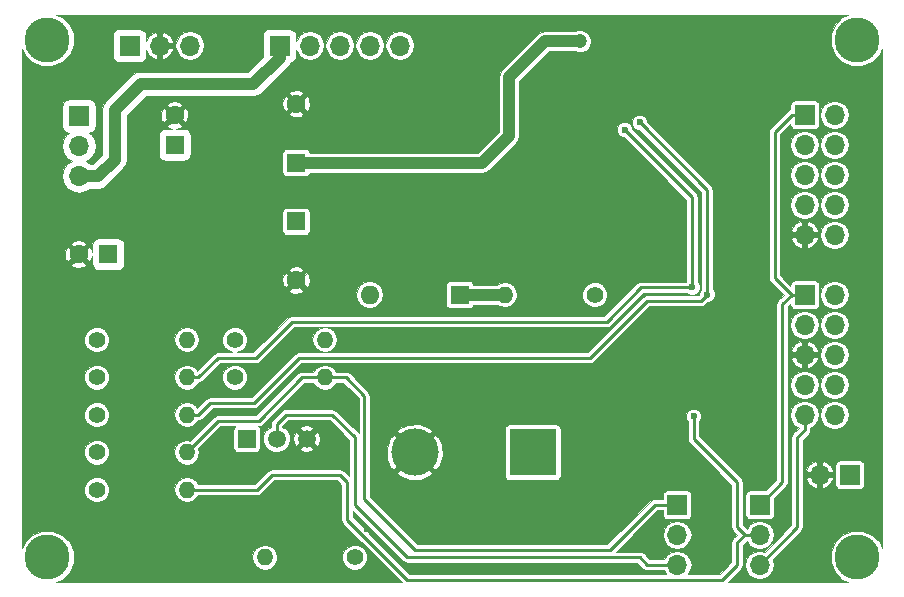
<source format=gbr>
G04 #@! TF.FileFunction,Copper,L2,Bot,Signal*
%FSLAX46Y46*%
G04 Gerber Fmt 4.6, Leading zero omitted, Abs format (unit mm)*
G04 Created by KiCad (PCBNEW 4.0.4-stable) date 12/11/17 12:25:10*
%MOMM*%
%LPD*%
G01*
G04 APERTURE LIST*
%ADD10C,0.100000*%
%ADD11C,0.600000*%
%ADD12R,1.700000X1.700000*%
%ADD13O,1.700000X1.700000*%
%ADD14C,3.800000*%
%ADD15R,1.600000X1.600000*%
%ADD16C,1.600000*%
%ADD17R,4.000000X4.000000*%
%ADD18C,4.000000*%
%ADD19O,1.600000X1.600000*%
%ADD20C,1.520000*%
%ADD21R,1.520000X1.520000*%
%ADD22C,1.400000*%
%ADD23O,1.400000X1.400000*%
%ADD24C,1.200000*%
%ADD25C,1.000000*%
%ADD26C,0.250000*%
G04 APERTURE END LIST*
D10*
D11*
X103886000Y-87630000D03*
X101727000Y-87630000D03*
X114427000Y-105791000D03*
X115824000Y-78994000D03*
X78740000Y-63119000D03*
X75311000Y-101727000D03*
D12*
X112395000Y-66675000D03*
D13*
X114935000Y-66675000D03*
X112395000Y-69215000D03*
X114935000Y-69215000D03*
X112395000Y-71755000D03*
X114935000Y-71755000D03*
X112395000Y-74295000D03*
X114935000Y-74295000D03*
X112395000Y-76835000D03*
X114935000Y-76835000D03*
D14*
X116840000Y-104140000D03*
X116840000Y-60325000D03*
X48260000Y-60325000D03*
D15*
X53427000Y-78486000D03*
D16*
X50927000Y-78486000D03*
D15*
X59055000Y-69215000D03*
D16*
X59055000Y-66715000D03*
D17*
X89375000Y-95250000D03*
D18*
X79375000Y-95250000D03*
D15*
X83185000Y-81915000D03*
D19*
X75565000Y-81915000D03*
D12*
X50960814Y-66797522D03*
D13*
X50960814Y-69337522D03*
X50960814Y-71877522D03*
D12*
X101600000Y-99695000D03*
D13*
X101600000Y-102235000D03*
X101600000Y-104775000D03*
D12*
X108585000Y-99695000D03*
D13*
X108585000Y-102235000D03*
X108585000Y-104775000D03*
D12*
X67945000Y-60833000D03*
D13*
X70485000Y-60833000D03*
X73025000Y-60833000D03*
X75565000Y-60833000D03*
X78105000Y-60833000D03*
D12*
X112395000Y-81915000D03*
D13*
X114935000Y-81915000D03*
X112395000Y-84455000D03*
X114935000Y-84455000D03*
X112395000Y-86995000D03*
X114935000Y-86995000D03*
X112395000Y-89535000D03*
X114935000Y-89535000D03*
X112395000Y-92075000D03*
X114935000Y-92075000D03*
D20*
X67691000Y-94107000D03*
X70231000Y-94107000D03*
D21*
X65151000Y-94107000D03*
D22*
X64135000Y-88900000D03*
D23*
X71755000Y-88900000D03*
D22*
X74295000Y-104140000D03*
D23*
X66675000Y-104140000D03*
D22*
X64135000Y-85725000D03*
D23*
X71755000Y-85725000D03*
D22*
X94615000Y-81915000D03*
D23*
X86995000Y-81915000D03*
D22*
X52451000Y-85725000D03*
D23*
X60071000Y-85725000D03*
D22*
X52451000Y-92075000D03*
D23*
X60071000Y-92075000D03*
D22*
X52451000Y-88900000D03*
D23*
X60071000Y-88900000D03*
D22*
X52451000Y-95250000D03*
D23*
X60071000Y-95250000D03*
D22*
X52451000Y-98425000D03*
D23*
X60071000Y-98425000D03*
D12*
X55245000Y-60833000D03*
D13*
X57785000Y-60833000D03*
X60325000Y-60833000D03*
D14*
X48260000Y-104140000D03*
D12*
X116205000Y-97155000D03*
D13*
X113665000Y-97155000D03*
D11*
X76454000Y-85725000D03*
D15*
X69342000Y-70739000D03*
D16*
X69342000Y-65739000D03*
D15*
X69342000Y-75692000D03*
D16*
X69342000Y-80692000D03*
D24*
X93345000Y-60452000D03*
D11*
X104140000Y-81915000D03*
X98425000Y-67310000D03*
X102870000Y-81280000D03*
X97155000Y-67945000D03*
X102997000Y-92202000D03*
D25*
X90424000Y-60452000D02*
X93345000Y-60452000D01*
X87376000Y-63500000D02*
X90424000Y-60452000D01*
X87376000Y-63627000D02*
X87376000Y-63500000D01*
X87376000Y-68453000D02*
X87376000Y-63627000D01*
X85090000Y-70739000D02*
X87376000Y-68453000D01*
X69342000Y-70739000D02*
X85090000Y-70739000D01*
X69342000Y-70612000D02*
X69342000Y-70739000D01*
D26*
X99060000Y-82423000D02*
X103632000Y-82423000D01*
X103632000Y-82423000D02*
X104140000Y-81915000D01*
X69596000Y-87249000D02*
X65786000Y-91059000D01*
X99060000Y-82423000D02*
X94234000Y-87249000D01*
X94234000Y-87249000D02*
X69596000Y-87249000D01*
X61060949Y-92075000D02*
X60071000Y-92075000D01*
X65786000Y-91059000D02*
X62076949Y-91059000D01*
X62076949Y-91059000D02*
X61060949Y-92075000D01*
X104140000Y-81915000D02*
X104140000Y-73025000D01*
X98425000Y-67310000D02*
X104140000Y-73025000D01*
X60071000Y-88900000D02*
X61060949Y-88900000D01*
X61060949Y-88900000D02*
X62711949Y-87249000D01*
X65913000Y-87249000D02*
X68961000Y-84201000D01*
X62711949Y-87249000D02*
X65913000Y-87249000D01*
X68961000Y-84201000D02*
X95631000Y-84201000D01*
X95631000Y-84201000D02*
X98552000Y-81280000D01*
X98552000Y-81280000D02*
X102870000Y-81280000D01*
X60679949Y-88900000D02*
X59690000Y-88900000D01*
X102870000Y-73660000D02*
X102870000Y-76835000D01*
X102870000Y-76835000D02*
X102870000Y-81280000D01*
X97155000Y-67945000D02*
X102870000Y-73660000D01*
X107315000Y-102235000D02*
X106680000Y-101600000D01*
X106680000Y-101600000D02*
X106680000Y-97790000D01*
X106680000Y-97790000D02*
X102997000Y-94107000D01*
X102997000Y-94107000D02*
X102997000Y-92202000D01*
X60071000Y-98425000D02*
X66040000Y-98425000D01*
X66040000Y-98425000D02*
X67310000Y-97155000D01*
X73660000Y-97790000D02*
X73660000Y-100965000D01*
X67310000Y-97155000D02*
X73025000Y-97155000D01*
X73025000Y-97155000D02*
X73660000Y-97790000D01*
X105410000Y-106045000D02*
X106680000Y-104775000D01*
X73660000Y-100965000D02*
X78740000Y-106045000D01*
X78740000Y-106045000D02*
X105410000Y-106045000D01*
X106680000Y-104775000D02*
X106680000Y-102870000D01*
X106680000Y-102870000D02*
X107315000Y-102235000D01*
X107315000Y-102235000D02*
X108585000Y-102235000D01*
D25*
X50960814Y-71877522D02*
X52582478Y-71877522D01*
X65722500Y-64071500D02*
X67945000Y-61849000D01*
X56197500Y-64071500D02*
X65722500Y-64071500D01*
X67945000Y-61849000D02*
X67945000Y-60833000D01*
X53975000Y-66294000D02*
X56197500Y-64071500D01*
X53975000Y-70485000D02*
X53975000Y-66294000D01*
X52582478Y-71877522D02*
X53975000Y-70485000D01*
D26*
X60071000Y-95250000D02*
X62738000Y-92583000D01*
X66167000Y-92583000D02*
X69850000Y-88900000D01*
X62738000Y-92583000D02*
X66167000Y-92583000D01*
X69850000Y-88900000D02*
X71755000Y-88900000D01*
X101600000Y-99695000D02*
X99695000Y-99695000D01*
X99695000Y-99695000D02*
X95885000Y-103505000D01*
X95885000Y-103505000D02*
X79373590Y-103505000D01*
X73533000Y-88900000D02*
X71120000Y-88900000D01*
X79373590Y-103505000D02*
X75114991Y-99246401D01*
X75114991Y-99246401D02*
X75114990Y-90481990D01*
X75114990Y-90481990D02*
X73533000Y-88900000D01*
X67691000Y-94107000D02*
X67691000Y-92837000D01*
X67691000Y-92837000D02*
X68453000Y-92075000D01*
X74295000Y-99695000D02*
X78740000Y-104140000D01*
X68453000Y-92075000D02*
X72390000Y-92075000D01*
X98425000Y-104140000D02*
X99060000Y-104775000D01*
X72390000Y-92075000D02*
X74295000Y-93980000D01*
X74295000Y-93980000D02*
X74295000Y-99695000D01*
X78740000Y-104140000D02*
X98425000Y-104140000D01*
X99060000Y-104775000D02*
X101600000Y-104775000D01*
D25*
X83185000Y-81915000D02*
X86995000Y-81915000D01*
D26*
X110490000Y-97790000D02*
X108585000Y-99695000D01*
X110490000Y-95885000D02*
X110490000Y-82720000D01*
X110490000Y-96055000D02*
X110490000Y-95885000D01*
X110490000Y-95885000D02*
X110490000Y-97790000D01*
X109855000Y-80475000D02*
X109855000Y-68115000D01*
X109855000Y-68115000D02*
X111295000Y-66675000D01*
X111295000Y-66675000D02*
X112395000Y-66675000D01*
X111295000Y-81915000D02*
X109855000Y-80475000D01*
X110490000Y-82720000D02*
X111295000Y-81915000D01*
X111295000Y-81915000D02*
X112395000Y-81915000D01*
X111760000Y-93980000D02*
X112395000Y-93345000D01*
X112395000Y-93345000D02*
X112395000Y-92075000D01*
X111760000Y-101600000D02*
X111760000Y-93980000D01*
X108585000Y-104775000D02*
X111760000Y-101600000D01*
D10*
G36*
X115567142Y-58416431D02*
X114933655Y-59048813D01*
X114590392Y-59875484D01*
X114589610Y-60770589D01*
X114931431Y-61597858D01*
X115563813Y-62231345D01*
X116390484Y-62574608D01*
X117285589Y-62575390D01*
X118112858Y-62233569D01*
X118746345Y-61601187D01*
X118955000Y-61098689D01*
X118955000Y-103366743D01*
X118748569Y-102867142D01*
X118116187Y-102233655D01*
X117289516Y-101890392D01*
X116394411Y-101889610D01*
X115567142Y-102231431D01*
X114933655Y-102863813D01*
X114590392Y-103690484D01*
X114589610Y-104585589D01*
X114931431Y-105412858D01*
X115563813Y-106046345D01*
X116066311Y-106255000D01*
X105871752Y-106255000D01*
X107015876Y-105110876D01*
X107118843Y-104956775D01*
X107155000Y-104775000D01*
X107361491Y-104775000D01*
X107452836Y-105234220D01*
X107712963Y-105623528D01*
X108102271Y-105883655D01*
X108561491Y-105975000D01*
X108608509Y-105975000D01*
X109067729Y-105883655D01*
X109457037Y-105623528D01*
X109717164Y-105234220D01*
X109808509Y-104775000D01*
X109717164Y-104315780D01*
X109716687Y-104315065D01*
X112095876Y-101935876D01*
X112198843Y-101781775D01*
X112235000Y-101600000D01*
X112235000Y-97537636D01*
X112527619Y-97537636D01*
X112760625Y-97943766D01*
X113131314Y-98229814D01*
X113282367Y-98292362D01*
X113465000Y-98249375D01*
X113465000Y-97355000D01*
X113865000Y-97355000D01*
X113865000Y-98249375D01*
X114047633Y-98292362D01*
X114198686Y-98229814D01*
X114569375Y-97943766D01*
X114802381Y-97537636D01*
X114760735Y-97355000D01*
X113865000Y-97355000D01*
X113465000Y-97355000D01*
X112569265Y-97355000D01*
X112527619Y-97537636D01*
X112235000Y-97537636D01*
X112235000Y-96772364D01*
X112527619Y-96772364D01*
X112569265Y-96955000D01*
X113465000Y-96955000D01*
X113465000Y-96060625D01*
X113865000Y-96060625D01*
X113865000Y-96955000D01*
X114760735Y-96955000D01*
X114802381Y-96772364D01*
X114569375Y-96366234D01*
X114490022Y-96305000D01*
X114998144Y-96305000D01*
X114998144Y-98005000D01*
X115022549Y-98134702D01*
X115099203Y-98253825D01*
X115216163Y-98333741D01*
X115355000Y-98361856D01*
X117055000Y-98361856D01*
X117184702Y-98337451D01*
X117303825Y-98260797D01*
X117383741Y-98143837D01*
X117411856Y-98005000D01*
X117411856Y-96305000D01*
X117387451Y-96175298D01*
X117310797Y-96056175D01*
X117193837Y-95976259D01*
X117055000Y-95948144D01*
X115355000Y-95948144D01*
X115225298Y-95972549D01*
X115106175Y-96049203D01*
X115026259Y-96166163D01*
X114998144Y-96305000D01*
X114490022Y-96305000D01*
X114198686Y-96080186D01*
X114047633Y-96017638D01*
X113865000Y-96060625D01*
X113465000Y-96060625D01*
X113282367Y-96017638D01*
X113131314Y-96080186D01*
X112760625Y-96366234D01*
X112527619Y-96772364D01*
X112235000Y-96772364D01*
X112235000Y-94176752D01*
X112730873Y-93680878D01*
X112730876Y-93680876D01*
X112833843Y-93526775D01*
X112843661Y-93477415D01*
X112870001Y-93345000D01*
X112870000Y-93344995D01*
X112870000Y-93185192D01*
X112877729Y-93183655D01*
X113267037Y-92923528D01*
X113527164Y-92534220D01*
X113618509Y-92075000D01*
X113711491Y-92075000D01*
X113802836Y-92534220D01*
X114062963Y-92923528D01*
X114452271Y-93183655D01*
X114911491Y-93275000D01*
X114958509Y-93275000D01*
X115417729Y-93183655D01*
X115807037Y-92923528D01*
X116067164Y-92534220D01*
X116158509Y-92075000D01*
X116067164Y-91615780D01*
X115807037Y-91226472D01*
X115417729Y-90966345D01*
X114958509Y-90875000D01*
X114911491Y-90875000D01*
X114452271Y-90966345D01*
X114062963Y-91226472D01*
X113802836Y-91615780D01*
X113711491Y-92075000D01*
X113618509Y-92075000D01*
X113527164Y-91615780D01*
X113267037Y-91226472D01*
X112877729Y-90966345D01*
X112418509Y-90875000D01*
X112371491Y-90875000D01*
X111912271Y-90966345D01*
X111522963Y-91226472D01*
X111262836Y-91615780D01*
X111171491Y-92075000D01*
X111262836Y-92534220D01*
X111522963Y-92923528D01*
X111895680Y-93172569D01*
X111424124Y-93644124D01*
X111321157Y-93798225D01*
X111285000Y-93980000D01*
X111285000Y-101403248D01*
X109029506Y-103658742D01*
X108608509Y-103575000D01*
X108561491Y-103575000D01*
X108102271Y-103666345D01*
X107712963Y-103926472D01*
X107452836Y-104315780D01*
X107361491Y-104775000D01*
X107155000Y-104775000D01*
X107155000Y-103066752D01*
X107482755Y-102738997D01*
X107712963Y-103083528D01*
X108102271Y-103343655D01*
X108561491Y-103435000D01*
X108608509Y-103435000D01*
X109067729Y-103343655D01*
X109457037Y-103083528D01*
X109717164Y-102694220D01*
X109808509Y-102235000D01*
X109717164Y-101775780D01*
X109457037Y-101386472D01*
X109067729Y-101126345D01*
X108608509Y-101035000D01*
X108561491Y-101035000D01*
X108102271Y-101126345D01*
X107712963Y-101386472D01*
X107482755Y-101731003D01*
X107155000Y-101403248D01*
X107155000Y-98845000D01*
X107378144Y-98845000D01*
X107378144Y-100545000D01*
X107402549Y-100674702D01*
X107479203Y-100793825D01*
X107596163Y-100873741D01*
X107735000Y-100901856D01*
X109435000Y-100901856D01*
X109564702Y-100877451D01*
X109683825Y-100800797D01*
X109763741Y-100683837D01*
X109791856Y-100545000D01*
X109791856Y-99159896D01*
X110825876Y-98125876D01*
X110850433Y-98089124D01*
X110928843Y-97971775D01*
X110956845Y-97831000D01*
X110965001Y-97790000D01*
X110965000Y-97789995D01*
X110965000Y-89535000D01*
X111171491Y-89535000D01*
X111262836Y-89994220D01*
X111522963Y-90383528D01*
X111912271Y-90643655D01*
X112371491Y-90735000D01*
X112418509Y-90735000D01*
X112877729Y-90643655D01*
X113267037Y-90383528D01*
X113527164Y-89994220D01*
X113618509Y-89535000D01*
X113711491Y-89535000D01*
X113802836Y-89994220D01*
X114062963Y-90383528D01*
X114452271Y-90643655D01*
X114911491Y-90735000D01*
X114958509Y-90735000D01*
X115417729Y-90643655D01*
X115807037Y-90383528D01*
X116067164Y-89994220D01*
X116158509Y-89535000D01*
X116067164Y-89075780D01*
X115807037Y-88686472D01*
X115417729Y-88426345D01*
X114958509Y-88335000D01*
X114911491Y-88335000D01*
X114452271Y-88426345D01*
X114062963Y-88686472D01*
X113802836Y-89075780D01*
X113711491Y-89535000D01*
X113618509Y-89535000D01*
X113527164Y-89075780D01*
X113267037Y-88686472D01*
X112877729Y-88426345D01*
X112418509Y-88335000D01*
X112371491Y-88335000D01*
X111912271Y-88426345D01*
X111522963Y-88686472D01*
X111262836Y-89075780D01*
X111171491Y-89535000D01*
X110965000Y-89535000D01*
X110965000Y-87377633D01*
X111257638Y-87377633D01*
X111320186Y-87528686D01*
X111606234Y-87899375D01*
X112012364Y-88132381D01*
X112195000Y-88090735D01*
X112195000Y-87195000D01*
X112595000Y-87195000D01*
X112595000Y-88090735D01*
X112777636Y-88132381D01*
X113183766Y-87899375D01*
X113469814Y-87528686D01*
X113532362Y-87377633D01*
X113489375Y-87195000D01*
X112595000Y-87195000D01*
X112195000Y-87195000D01*
X111300625Y-87195000D01*
X111257638Y-87377633D01*
X110965000Y-87377633D01*
X110965000Y-86995000D01*
X113711491Y-86995000D01*
X113802836Y-87454220D01*
X114062963Y-87843528D01*
X114452271Y-88103655D01*
X114911491Y-88195000D01*
X114958509Y-88195000D01*
X115417729Y-88103655D01*
X115807037Y-87843528D01*
X116067164Y-87454220D01*
X116158509Y-86995000D01*
X116067164Y-86535780D01*
X115807037Y-86146472D01*
X115417729Y-85886345D01*
X114958509Y-85795000D01*
X114911491Y-85795000D01*
X114452271Y-85886345D01*
X114062963Y-86146472D01*
X113802836Y-86535780D01*
X113711491Y-86995000D01*
X110965000Y-86995000D01*
X110965000Y-86612367D01*
X111257638Y-86612367D01*
X111300625Y-86795000D01*
X112195000Y-86795000D01*
X112195000Y-85899265D01*
X112595000Y-85899265D01*
X112595000Y-86795000D01*
X113489375Y-86795000D01*
X113532362Y-86612367D01*
X113469814Y-86461314D01*
X113183766Y-86090625D01*
X112777636Y-85857619D01*
X112595000Y-85899265D01*
X112195000Y-85899265D01*
X112012364Y-85857619D01*
X111606234Y-86090625D01*
X111320186Y-86461314D01*
X111257638Y-86612367D01*
X110965000Y-86612367D01*
X110965000Y-84455000D01*
X111171491Y-84455000D01*
X111262836Y-84914220D01*
X111522963Y-85303528D01*
X111912271Y-85563655D01*
X112371491Y-85655000D01*
X112418509Y-85655000D01*
X112877729Y-85563655D01*
X113267037Y-85303528D01*
X113527164Y-84914220D01*
X113618509Y-84455000D01*
X113711491Y-84455000D01*
X113802836Y-84914220D01*
X114062963Y-85303528D01*
X114452271Y-85563655D01*
X114911491Y-85655000D01*
X114958509Y-85655000D01*
X115417729Y-85563655D01*
X115807037Y-85303528D01*
X116067164Y-84914220D01*
X116158509Y-84455000D01*
X116067164Y-83995780D01*
X115807037Y-83606472D01*
X115417729Y-83346345D01*
X114958509Y-83255000D01*
X114911491Y-83255000D01*
X114452271Y-83346345D01*
X114062963Y-83606472D01*
X113802836Y-83995780D01*
X113711491Y-84455000D01*
X113618509Y-84455000D01*
X113527164Y-83995780D01*
X113267037Y-83606472D01*
X112877729Y-83346345D01*
X112418509Y-83255000D01*
X112371491Y-83255000D01*
X111912271Y-83346345D01*
X111522963Y-83606472D01*
X111262836Y-83995780D01*
X111171491Y-84455000D01*
X110965000Y-84455000D01*
X110965000Y-82916752D01*
X111188144Y-82693608D01*
X111188144Y-82765000D01*
X111212549Y-82894702D01*
X111289203Y-83013825D01*
X111406163Y-83093741D01*
X111545000Y-83121856D01*
X113245000Y-83121856D01*
X113374702Y-83097451D01*
X113493825Y-83020797D01*
X113573741Y-82903837D01*
X113601856Y-82765000D01*
X113601856Y-81915000D01*
X113711491Y-81915000D01*
X113802836Y-82374220D01*
X114062963Y-82763528D01*
X114452271Y-83023655D01*
X114911491Y-83115000D01*
X114958509Y-83115000D01*
X115417729Y-83023655D01*
X115807037Y-82763528D01*
X116067164Y-82374220D01*
X116158509Y-81915000D01*
X116067164Y-81455780D01*
X115807037Y-81066472D01*
X115417729Y-80806345D01*
X114958509Y-80715000D01*
X114911491Y-80715000D01*
X114452271Y-80806345D01*
X114062963Y-81066472D01*
X113802836Y-81455780D01*
X113711491Y-81915000D01*
X113601856Y-81915000D01*
X113601856Y-81065000D01*
X113577451Y-80935298D01*
X113500797Y-80816175D01*
X113383837Y-80736259D01*
X113245000Y-80708144D01*
X111545000Y-80708144D01*
X111415298Y-80732549D01*
X111296175Y-80809203D01*
X111216259Y-80926163D01*
X111188144Y-81065000D01*
X111188144Y-81136393D01*
X110330000Y-80278248D01*
X110330000Y-77217633D01*
X111257638Y-77217633D01*
X111320186Y-77368686D01*
X111606234Y-77739375D01*
X112012364Y-77972381D01*
X112195000Y-77930735D01*
X112195000Y-77035000D01*
X112595000Y-77035000D01*
X112595000Y-77930735D01*
X112777636Y-77972381D01*
X113183766Y-77739375D01*
X113469814Y-77368686D01*
X113532362Y-77217633D01*
X113489375Y-77035000D01*
X112595000Y-77035000D01*
X112195000Y-77035000D01*
X111300625Y-77035000D01*
X111257638Y-77217633D01*
X110330000Y-77217633D01*
X110330000Y-76835000D01*
X113711491Y-76835000D01*
X113802836Y-77294220D01*
X114062963Y-77683528D01*
X114452271Y-77943655D01*
X114911491Y-78035000D01*
X114958509Y-78035000D01*
X115417729Y-77943655D01*
X115807037Y-77683528D01*
X116067164Y-77294220D01*
X116158509Y-76835000D01*
X116067164Y-76375780D01*
X115807037Y-75986472D01*
X115417729Y-75726345D01*
X114958509Y-75635000D01*
X114911491Y-75635000D01*
X114452271Y-75726345D01*
X114062963Y-75986472D01*
X113802836Y-76375780D01*
X113711491Y-76835000D01*
X110330000Y-76835000D01*
X110330000Y-76452367D01*
X111257638Y-76452367D01*
X111300625Y-76635000D01*
X112195000Y-76635000D01*
X112195000Y-75739265D01*
X112595000Y-75739265D01*
X112595000Y-76635000D01*
X113489375Y-76635000D01*
X113532362Y-76452367D01*
X113469814Y-76301314D01*
X113183766Y-75930625D01*
X112777636Y-75697619D01*
X112595000Y-75739265D01*
X112195000Y-75739265D01*
X112012364Y-75697619D01*
X111606234Y-75930625D01*
X111320186Y-76301314D01*
X111257638Y-76452367D01*
X110330000Y-76452367D01*
X110330000Y-74295000D01*
X111171491Y-74295000D01*
X111262836Y-74754220D01*
X111522963Y-75143528D01*
X111912271Y-75403655D01*
X112371491Y-75495000D01*
X112418509Y-75495000D01*
X112877729Y-75403655D01*
X113267037Y-75143528D01*
X113527164Y-74754220D01*
X113618509Y-74295000D01*
X113711491Y-74295000D01*
X113802836Y-74754220D01*
X114062963Y-75143528D01*
X114452271Y-75403655D01*
X114911491Y-75495000D01*
X114958509Y-75495000D01*
X115417729Y-75403655D01*
X115807037Y-75143528D01*
X116067164Y-74754220D01*
X116158509Y-74295000D01*
X116067164Y-73835780D01*
X115807037Y-73446472D01*
X115417729Y-73186345D01*
X114958509Y-73095000D01*
X114911491Y-73095000D01*
X114452271Y-73186345D01*
X114062963Y-73446472D01*
X113802836Y-73835780D01*
X113711491Y-74295000D01*
X113618509Y-74295000D01*
X113527164Y-73835780D01*
X113267037Y-73446472D01*
X112877729Y-73186345D01*
X112418509Y-73095000D01*
X112371491Y-73095000D01*
X111912271Y-73186345D01*
X111522963Y-73446472D01*
X111262836Y-73835780D01*
X111171491Y-74295000D01*
X110330000Y-74295000D01*
X110330000Y-71755000D01*
X111171491Y-71755000D01*
X111262836Y-72214220D01*
X111522963Y-72603528D01*
X111912271Y-72863655D01*
X112371491Y-72955000D01*
X112418509Y-72955000D01*
X112877729Y-72863655D01*
X113267037Y-72603528D01*
X113527164Y-72214220D01*
X113618509Y-71755000D01*
X113711491Y-71755000D01*
X113802836Y-72214220D01*
X114062963Y-72603528D01*
X114452271Y-72863655D01*
X114911491Y-72955000D01*
X114958509Y-72955000D01*
X115417729Y-72863655D01*
X115807037Y-72603528D01*
X116067164Y-72214220D01*
X116158509Y-71755000D01*
X116067164Y-71295780D01*
X115807037Y-70906472D01*
X115417729Y-70646345D01*
X114958509Y-70555000D01*
X114911491Y-70555000D01*
X114452271Y-70646345D01*
X114062963Y-70906472D01*
X113802836Y-71295780D01*
X113711491Y-71755000D01*
X113618509Y-71755000D01*
X113527164Y-71295780D01*
X113267037Y-70906472D01*
X112877729Y-70646345D01*
X112418509Y-70555000D01*
X112371491Y-70555000D01*
X111912271Y-70646345D01*
X111522963Y-70906472D01*
X111262836Y-71295780D01*
X111171491Y-71755000D01*
X110330000Y-71755000D01*
X110330000Y-69215000D01*
X111171491Y-69215000D01*
X111262836Y-69674220D01*
X111522963Y-70063528D01*
X111912271Y-70323655D01*
X112371491Y-70415000D01*
X112418509Y-70415000D01*
X112877729Y-70323655D01*
X113267037Y-70063528D01*
X113527164Y-69674220D01*
X113618509Y-69215000D01*
X113711491Y-69215000D01*
X113802836Y-69674220D01*
X114062963Y-70063528D01*
X114452271Y-70323655D01*
X114911491Y-70415000D01*
X114958509Y-70415000D01*
X115417729Y-70323655D01*
X115807037Y-70063528D01*
X116067164Y-69674220D01*
X116158509Y-69215000D01*
X116067164Y-68755780D01*
X115807037Y-68366472D01*
X115417729Y-68106345D01*
X114958509Y-68015000D01*
X114911491Y-68015000D01*
X114452271Y-68106345D01*
X114062963Y-68366472D01*
X113802836Y-68755780D01*
X113711491Y-69215000D01*
X113618509Y-69215000D01*
X113527164Y-68755780D01*
X113267037Y-68366472D01*
X112877729Y-68106345D01*
X112418509Y-68015000D01*
X112371491Y-68015000D01*
X111912271Y-68106345D01*
X111522963Y-68366472D01*
X111262836Y-68755780D01*
X111171491Y-69215000D01*
X110330000Y-69215000D01*
X110330000Y-68311752D01*
X111188144Y-67453607D01*
X111188144Y-67525000D01*
X111212549Y-67654702D01*
X111289203Y-67773825D01*
X111406163Y-67853741D01*
X111545000Y-67881856D01*
X113245000Y-67881856D01*
X113374702Y-67857451D01*
X113493825Y-67780797D01*
X113573741Y-67663837D01*
X113601856Y-67525000D01*
X113601856Y-66675000D01*
X113711491Y-66675000D01*
X113802836Y-67134220D01*
X114062963Y-67523528D01*
X114452271Y-67783655D01*
X114911491Y-67875000D01*
X114958509Y-67875000D01*
X115417729Y-67783655D01*
X115807037Y-67523528D01*
X116067164Y-67134220D01*
X116158509Y-66675000D01*
X116067164Y-66215780D01*
X115807037Y-65826472D01*
X115417729Y-65566345D01*
X114958509Y-65475000D01*
X114911491Y-65475000D01*
X114452271Y-65566345D01*
X114062963Y-65826472D01*
X113802836Y-66215780D01*
X113711491Y-66675000D01*
X113601856Y-66675000D01*
X113601856Y-65825000D01*
X113577451Y-65695298D01*
X113500797Y-65576175D01*
X113383837Y-65496259D01*
X113245000Y-65468144D01*
X111545000Y-65468144D01*
X111415298Y-65492549D01*
X111296175Y-65569203D01*
X111216259Y-65686163D01*
X111188144Y-65825000D01*
X111188144Y-66221254D01*
X111113226Y-66236156D01*
X111113224Y-66236157D01*
X111113225Y-66236157D01*
X110959124Y-66339124D01*
X110959122Y-66339127D01*
X109519124Y-67779124D01*
X109416157Y-67933225D01*
X109380000Y-68115000D01*
X109380000Y-80475000D01*
X109416157Y-80656775D01*
X109519124Y-80810876D01*
X110623248Y-81915000D01*
X110154124Y-82384124D01*
X110051157Y-82538225D01*
X110015000Y-82720000D01*
X110015000Y-97593248D01*
X109120104Y-98488144D01*
X107735000Y-98488144D01*
X107605298Y-98512549D01*
X107486175Y-98589203D01*
X107406259Y-98706163D01*
X107378144Y-98845000D01*
X107155000Y-98845000D01*
X107155000Y-97790005D01*
X107155001Y-97790000D01*
X107118844Y-97608226D01*
X107070164Y-97535372D01*
X107015876Y-97454124D01*
X107015873Y-97454122D01*
X103472000Y-93910248D01*
X103472000Y-92646266D01*
X103547722Y-92570676D01*
X103646887Y-92331860D01*
X103647112Y-92073274D01*
X103548364Y-91834286D01*
X103365676Y-91651278D01*
X103126860Y-91552113D01*
X102868274Y-91551888D01*
X102629286Y-91650636D01*
X102446278Y-91833324D01*
X102347113Y-92072140D01*
X102346888Y-92330726D01*
X102445636Y-92569714D01*
X102522000Y-92646212D01*
X102522000Y-94107000D01*
X102558157Y-94288775D01*
X102661124Y-94442876D01*
X106205000Y-97986751D01*
X106205000Y-101600000D01*
X106241157Y-101781775D01*
X106344124Y-101935876D01*
X106643248Y-102235000D01*
X106344124Y-102534124D01*
X106241157Y-102688225D01*
X106205000Y-102870000D01*
X106205000Y-104578248D01*
X105213248Y-105570000D01*
X102507803Y-105570000D01*
X102732164Y-105234220D01*
X102823509Y-104775000D01*
X102732164Y-104315780D01*
X102472037Y-103926472D01*
X102082729Y-103666345D01*
X101623509Y-103575000D01*
X101576491Y-103575000D01*
X101117271Y-103666345D01*
X100727963Y-103926472D01*
X100478380Y-104300000D01*
X99256751Y-104300000D01*
X98760876Y-103804124D01*
X98606775Y-103701157D01*
X98425000Y-103665000D01*
X96396752Y-103665000D01*
X97826751Y-102235000D01*
X100376491Y-102235000D01*
X100467836Y-102694220D01*
X100727963Y-103083528D01*
X101117271Y-103343655D01*
X101576491Y-103435000D01*
X101623509Y-103435000D01*
X102082729Y-103343655D01*
X102472037Y-103083528D01*
X102732164Y-102694220D01*
X102823509Y-102235000D01*
X102732164Y-101775780D01*
X102472037Y-101386472D01*
X102082729Y-101126345D01*
X101623509Y-101035000D01*
X101576491Y-101035000D01*
X101117271Y-101126345D01*
X100727963Y-101386472D01*
X100467836Y-101775780D01*
X100376491Y-102235000D01*
X97826751Y-102235000D01*
X99891751Y-100170000D01*
X100393144Y-100170000D01*
X100393144Y-100545000D01*
X100417549Y-100674702D01*
X100494203Y-100793825D01*
X100611163Y-100873741D01*
X100750000Y-100901856D01*
X102450000Y-100901856D01*
X102579702Y-100877451D01*
X102698825Y-100800797D01*
X102778741Y-100683837D01*
X102806856Y-100545000D01*
X102806856Y-98845000D01*
X102782451Y-98715298D01*
X102705797Y-98596175D01*
X102588837Y-98516259D01*
X102450000Y-98488144D01*
X100750000Y-98488144D01*
X100620298Y-98512549D01*
X100501175Y-98589203D01*
X100421259Y-98706163D01*
X100393144Y-98845000D01*
X100393144Y-99220000D01*
X99695005Y-99220000D01*
X99695000Y-99219999D01*
X99543384Y-99250158D01*
X99513225Y-99256157D01*
X99359124Y-99359124D01*
X99359122Y-99359127D01*
X95688248Y-103030000D01*
X79570341Y-103030000D01*
X75589991Y-99049649D01*
X75589991Y-97017667D01*
X77890175Y-97017667D01*
X78133362Y-97299229D01*
X79012082Y-97618395D01*
X79946053Y-97576994D01*
X80616638Y-97299229D01*
X80859825Y-97017667D01*
X79375000Y-95532843D01*
X77890175Y-97017667D01*
X75589991Y-97017667D01*
X75589991Y-94887082D01*
X77006605Y-94887082D01*
X77048006Y-95821053D01*
X77325771Y-96491638D01*
X77607333Y-96734825D01*
X79092157Y-95250000D01*
X79657843Y-95250000D01*
X81142667Y-96734825D01*
X81424229Y-96491638D01*
X81743395Y-95612918D01*
X81701994Y-94678947D01*
X81424229Y-94008362D01*
X81142667Y-93765175D01*
X79657843Y-95250000D01*
X79092157Y-95250000D01*
X77607333Y-93765175D01*
X77325771Y-94008362D01*
X77006605Y-94887082D01*
X75589991Y-94887082D01*
X75589991Y-93482333D01*
X77890175Y-93482333D01*
X79375000Y-94967157D01*
X80859825Y-93482333D01*
X80659158Y-93250000D01*
X87018144Y-93250000D01*
X87018144Y-97250000D01*
X87042549Y-97379702D01*
X87119203Y-97498825D01*
X87236163Y-97578741D01*
X87375000Y-97606856D01*
X91375000Y-97606856D01*
X91504702Y-97582451D01*
X91623825Y-97505797D01*
X91703741Y-97388837D01*
X91731856Y-97250000D01*
X91731856Y-93250000D01*
X91707451Y-93120298D01*
X91630797Y-93001175D01*
X91513837Y-92921259D01*
X91375000Y-92893144D01*
X87375000Y-92893144D01*
X87245298Y-92917549D01*
X87126175Y-92994203D01*
X87046259Y-93111163D01*
X87018144Y-93250000D01*
X80659158Y-93250000D01*
X80616638Y-93200771D01*
X79737918Y-92881605D01*
X78803947Y-92923006D01*
X78133362Y-93200771D01*
X77890175Y-93482333D01*
X75589991Y-93482333D01*
X75589990Y-90481995D01*
X75589991Y-90481990D01*
X75553833Y-90300216D01*
X75553833Y-90300215D01*
X75450866Y-90146114D01*
X73868876Y-88564124D01*
X73714775Y-88461157D01*
X73533000Y-88425000D01*
X72696746Y-88425000D01*
X72518033Y-88157538D01*
X72177389Y-87929926D01*
X71775571Y-87850000D01*
X71734429Y-87850000D01*
X71332611Y-87929926D01*
X70991967Y-88157538D01*
X70813254Y-88425000D01*
X69850005Y-88425000D01*
X69850000Y-88424999D01*
X69668226Y-88461156D01*
X69668224Y-88461157D01*
X69668225Y-88461157D01*
X69514124Y-88564124D01*
X69514122Y-88564127D01*
X65970248Y-92108000D01*
X62738005Y-92108000D01*
X62738000Y-92107999D01*
X62586384Y-92138158D01*
X62556225Y-92144157D01*
X62402124Y-92247124D01*
X62402122Y-92247127D01*
X60389906Y-94259342D01*
X60091571Y-94200000D01*
X60050429Y-94200000D01*
X59648611Y-94279926D01*
X59307967Y-94507538D01*
X59080355Y-94848182D01*
X59000429Y-95250000D01*
X59080355Y-95651818D01*
X59307967Y-95992462D01*
X59648611Y-96220074D01*
X60050429Y-96300000D01*
X60091571Y-96300000D01*
X60493389Y-96220074D01*
X60834033Y-95992462D01*
X61061645Y-95651818D01*
X61141571Y-95250000D01*
X61075403Y-94917349D01*
X62934751Y-93058000D01*
X64193774Y-93058000D01*
X64142175Y-93091203D01*
X64062259Y-93208163D01*
X64034144Y-93347000D01*
X64034144Y-94867000D01*
X64058549Y-94996702D01*
X64135203Y-95115825D01*
X64252163Y-95195741D01*
X64391000Y-95223856D01*
X65911000Y-95223856D01*
X66040702Y-95199451D01*
X66159825Y-95122797D01*
X66239741Y-95005837D01*
X66267856Y-94867000D01*
X66267856Y-93347000D01*
X66243451Y-93217298D01*
X66166797Y-93098175D01*
X66107999Y-93058000D01*
X66167000Y-93058000D01*
X66348775Y-93021843D01*
X66502876Y-92918876D01*
X66502877Y-92918875D01*
X70046751Y-89375000D01*
X70813254Y-89375000D01*
X70991967Y-89642462D01*
X71332611Y-89870074D01*
X71734429Y-89950000D01*
X71775571Y-89950000D01*
X72177389Y-89870074D01*
X72518033Y-89642462D01*
X72696746Y-89375000D01*
X73336248Y-89375000D01*
X74639990Y-90678742D01*
X74639990Y-93657765D01*
X74630876Y-93644124D01*
X72725876Y-91739124D01*
X72571775Y-91636157D01*
X72390000Y-91600000D01*
X68453005Y-91600000D01*
X68453000Y-91599999D01*
X68301384Y-91630158D01*
X68271225Y-91636157D01*
X68135269Y-91727000D01*
X68117124Y-91739124D01*
X67355124Y-92501124D01*
X67252157Y-92655225D01*
X67216000Y-92837000D01*
X67216000Y-93102244D01*
X67063057Y-93165439D01*
X66750537Y-93477415D01*
X66581193Y-93885239D01*
X66580808Y-94326824D01*
X66749439Y-94734943D01*
X67061415Y-95047463D01*
X67469239Y-95216807D01*
X67910824Y-95217192D01*
X68318943Y-95048561D01*
X68394490Y-94973145D01*
X69647698Y-94973145D01*
X69738049Y-95125749D01*
X70165431Y-95236846D01*
X70602795Y-95175933D01*
X70723951Y-95125749D01*
X70814302Y-94973145D01*
X70231000Y-94389843D01*
X69647698Y-94973145D01*
X68394490Y-94973145D01*
X68631463Y-94736585D01*
X68800807Y-94328761D01*
X68801057Y-94041431D01*
X69101154Y-94041431D01*
X69162067Y-94478795D01*
X69212251Y-94599951D01*
X69364855Y-94690302D01*
X69948157Y-94107000D01*
X70513843Y-94107000D01*
X71097145Y-94690302D01*
X71249749Y-94599951D01*
X71360846Y-94172569D01*
X71299933Y-93735205D01*
X71249749Y-93614049D01*
X71097145Y-93523698D01*
X70513843Y-94107000D01*
X69948157Y-94107000D01*
X69364855Y-93523698D01*
X69212251Y-93614049D01*
X69101154Y-94041431D01*
X68801057Y-94041431D01*
X68801192Y-93887176D01*
X68632561Y-93479057D01*
X68394774Y-93240855D01*
X69647698Y-93240855D01*
X70231000Y-93824157D01*
X70814302Y-93240855D01*
X70723951Y-93088251D01*
X70296569Y-92977154D01*
X69859205Y-93038067D01*
X69738049Y-93088251D01*
X69647698Y-93240855D01*
X68394774Y-93240855D01*
X68320585Y-93166537D01*
X68166000Y-93102347D01*
X68166000Y-93033752D01*
X68649752Y-92550000D01*
X72193248Y-92550000D01*
X73820000Y-94176752D01*
X73820000Y-97278249D01*
X73360876Y-96819124D01*
X73206775Y-96716157D01*
X73025000Y-96680000D01*
X67310000Y-96680000D01*
X67128225Y-96716157D01*
X66974124Y-96819124D01*
X65843248Y-97950000D01*
X61012746Y-97950000D01*
X60834033Y-97682538D01*
X60493389Y-97454926D01*
X60091571Y-97375000D01*
X60050429Y-97375000D01*
X59648611Y-97454926D01*
X59307967Y-97682538D01*
X59080355Y-98023182D01*
X59000429Y-98425000D01*
X59080355Y-98826818D01*
X59307967Y-99167462D01*
X59648611Y-99395074D01*
X60050429Y-99475000D01*
X60091571Y-99475000D01*
X60493389Y-99395074D01*
X60834033Y-99167462D01*
X61012746Y-98900000D01*
X66040000Y-98900000D01*
X66221775Y-98863843D01*
X66375876Y-98760876D01*
X67506752Y-97630000D01*
X72828248Y-97630000D01*
X73185000Y-97986751D01*
X73185000Y-100965000D01*
X73221157Y-101146775D01*
X73324124Y-101300876D01*
X78278248Y-106255000D01*
X49033257Y-106255000D01*
X49532858Y-106048569D01*
X50166345Y-105416187D01*
X50509608Y-104589516D01*
X50510000Y-104140000D01*
X65604429Y-104140000D01*
X65684355Y-104541818D01*
X65911967Y-104882462D01*
X66252611Y-105110074D01*
X66654429Y-105190000D01*
X66695571Y-105190000D01*
X67097389Y-105110074D01*
X67438033Y-104882462D01*
X67665645Y-104541818D01*
X67704209Y-104347942D01*
X73244818Y-104347942D01*
X73404334Y-104734000D01*
X73699446Y-105029628D01*
X74085226Y-105189818D01*
X74502942Y-105190182D01*
X74889000Y-105030666D01*
X75184628Y-104735554D01*
X75344818Y-104349774D01*
X75345182Y-103932058D01*
X75185666Y-103546000D01*
X74890554Y-103250372D01*
X74504774Y-103090182D01*
X74087058Y-103089818D01*
X73701000Y-103249334D01*
X73405372Y-103544446D01*
X73245182Y-103930226D01*
X73244818Y-104347942D01*
X67704209Y-104347942D01*
X67745571Y-104140000D01*
X67665645Y-103738182D01*
X67438033Y-103397538D01*
X67097389Y-103169926D01*
X66695571Y-103090000D01*
X66654429Y-103090000D01*
X66252611Y-103169926D01*
X65911967Y-103397538D01*
X65684355Y-103738182D01*
X65604429Y-104140000D01*
X50510000Y-104140000D01*
X50510390Y-103694411D01*
X50168569Y-102867142D01*
X49536187Y-102233655D01*
X48709516Y-101890392D01*
X47814411Y-101889610D01*
X46987142Y-102231431D01*
X46353655Y-102863813D01*
X46145000Y-103366311D01*
X46145000Y-98632942D01*
X51400818Y-98632942D01*
X51560334Y-99019000D01*
X51855446Y-99314628D01*
X52241226Y-99474818D01*
X52658942Y-99475182D01*
X53045000Y-99315666D01*
X53340628Y-99020554D01*
X53500818Y-98634774D01*
X53501182Y-98217058D01*
X53341666Y-97831000D01*
X53046554Y-97535372D01*
X52660774Y-97375182D01*
X52243058Y-97374818D01*
X51857000Y-97534334D01*
X51561372Y-97829446D01*
X51401182Y-98215226D01*
X51400818Y-98632942D01*
X46145000Y-98632942D01*
X46145000Y-95457942D01*
X51400818Y-95457942D01*
X51560334Y-95844000D01*
X51855446Y-96139628D01*
X52241226Y-96299818D01*
X52658942Y-96300182D01*
X53045000Y-96140666D01*
X53340628Y-95845554D01*
X53500818Y-95459774D01*
X53501182Y-95042058D01*
X53341666Y-94656000D01*
X53046554Y-94360372D01*
X52660774Y-94200182D01*
X52243058Y-94199818D01*
X51857000Y-94359334D01*
X51561372Y-94654446D01*
X51401182Y-95040226D01*
X51400818Y-95457942D01*
X46145000Y-95457942D01*
X46145000Y-92282942D01*
X51400818Y-92282942D01*
X51560334Y-92669000D01*
X51855446Y-92964628D01*
X52241226Y-93124818D01*
X52658942Y-93125182D01*
X53045000Y-92965666D01*
X53340628Y-92670554D01*
X53500818Y-92284774D01*
X53501182Y-91867058D01*
X53341666Y-91481000D01*
X53046554Y-91185372D01*
X52660774Y-91025182D01*
X52243058Y-91024818D01*
X51857000Y-91184334D01*
X51561372Y-91479446D01*
X51401182Y-91865226D01*
X51400818Y-92282942D01*
X46145000Y-92282942D01*
X46145000Y-89107942D01*
X51400818Y-89107942D01*
X51560334Y-89494000D01*
X51855446Y-89789628D01*
X52241226Y-89949818D01*
X52658942Y-89950182D01*
X53045000Y-89790666D01*
X53340628Y-89495554D01*
X53500818Y-89109774D01*
X53501000Y-88900000D01*
X59000429Y-88900000D01*
X59080355Y-89301818D01*
X59307967Y-89642462D01*
X59648611Y-89870074D01*
X60050429Y-89950000D01*
X60091571Y-89950000D01*
X60493389Y-89870074D01*
X60834033Y-89642462D01*
X61012746Y-89375000D01*
X61060949Y-89375000D01*
X61242724Y-89338843D01*
X61396825Y-89235876D01*
X61396826Y-89235875D01*
X61524758Y-89107942D01*
X63084818Y-89107942D01*
X63244334Y-89494000D01*
X63539446Y-89789628D01*
X63925226Y-89949818D01*
X64342942Y-89950182D01*
X64729000Y-89790666D01*
X65024628Y-89495554D01*
X65184818Y-89109774D01*
X65185182Y-88692058D01*
X65025666Y-88306000D01*
X64730554Y-88010372D01*
X64344774Y-87850182D01*
X63927058Y-87849818D01*
X63541000Y-88009334D01*
X63245372Y-88304446D01*
X63085182Y-88690226D01*
X63084818Y-89107942D01*
X61524758Y-89107942D01*
X62908700Y-87724000D01*
X65913000Y-87724000D01*
X66094775Y-87687843D01*
X66248876Y-87584876D01*
X69157752Y-84676000D01*
X71729402Y-84676000D01*
X71332611Y-84754926D01*
X70991967Y-84982538D01*
X70764355Y-85323182D01*
X70684429Y-85725000D01*
X70764355Y-86126818D01*
X70991967Y-86467462D01*
X71332611Y-86695074D01*
X71729402Y-86774000D01*
X69596005Y-86774000D01*
X69596000Y-86773999D01*
X69444384Y-86804158D01*
X69414225Y-86810157D01*
X69260124Y-86913124D01*
X69260122Y-86913127D01*
X65589248Y-90584000D01*
X62076949Y-90584000D01*
X61895174Y-90620157D01*
X61741073Y-90723124D01*
X60953246Y-91510951D01*
X60834033Y-91332538D01*
X60493389Y-91104926D01*
X60091571Y-91025000D01*
X60050429Y-91025000D01*
X59648611Y-91104926D01*
X59307967Y-91332538D01*
X59080355Y-91673182D01*
X59000429Y-92075000D01*
X59080355Y-92476818D01*
X59307967Y-92817462D01*
X59648611Y-93045074D01*
X60050429Y-93125000D01*
X60091571Y-93125000D01*
X60493389Y-93045074D01*
X60834033Y-92817462D01*
X61012746Y-92550000D01*
X61060949Y-92550000D01*
X61242724Y-92513843D01*
X61396825Y-92410876D01*
X62273701Y-91534000D01*
X65786000Y-91534000D01*
X65967775Y-91497843D01*
X66121876Y-91394876D01*
X69792751Y-87724000D01*
X94234000Y-87724000D01*
X94415775Y-87687843D01*
X94569876Y-87584876D01*
X94569877Y-87584875D01*
X99256751Y-82898000D01*
X103632000Y-82898000D01*
X103813775Y-82861843D01*
X103967876Y-82758876D01*
X104161733Y-82565019D01*
X104268726Y-82565112D01*
X104507714Y-82466364D01*
X104690722Y-82283676D01*
X104789887Y-82044860D01*
X104790112Y-81786274D01*
X104691364Y-81547286D01*
X104615000Y-81470788D01*
X104615000Y-73025005D01*
X104615001Y-73025000D01*
X104578844Y-72843226D01*
X104544677Y-72792092D01*
X104475876Y-72689124D01*
X104475873Y-72689122D01*
X99075019Y-67288267D01*
X99075112Y-67181274D01*
X98976364Y-66942286D01*
X98793676Y-66759278D01*
X98554860Y-66660113D01*
X98296274Y-66659888D01*
X98057286Y-66758636D01*
X97874278Y-66941324D01*
X97775113Y-67180140D01*
X97774888Y-67438726D01*
X97873636Y-67677714D01*
X98056324Y-67860722D01*
X98295140Y-67959887D01*
X98403229Y-67959981D01*
X103665000Y-73221751D01*
X103665000Y-81470734D01*
X103589278Y-81546324D01*
X103490113Y-81785140D01*
X103490019Y-81893229D01*
X103435248Y-81948000D01*
X99060005Y-81948000D01*
X99060000Y-81947999D01*
X98908384Y-81978158D01*
X98878225Y-81984157D01*
X98724124Y-82087124D01*
X98724122Y-82087127D01*
X94037248Y-86774000D01*
X71780598Y-86774000D01*
X72177389Y-86695074D01*
X72518033Y-86467462D01*
X72745645Y-86126818D01*
X72825571Y-85725000D01*
X72745645Y-85323182D01*
X72518033Y-84982538D01*
X72177389Y-84754926D01*
X71780598Y-84676000D01*
X95631000Y-84676000D01*
X95812775Y-84639843D01*
X95966876Y-84536876D01*
X98748752Y-81755000D01*
X102425734Y-81755000D01*
X102501324Y-81830722D01*
X102740140Y-81929887D01*
X102998726Y-81930112D01*
X103237714Y-81831364D01*
X103420722Y-81648676D01*
X103519887Y-81409860D01*
X103520112Y-81151274D01*
X103421364Y-80912286D01*
X103345000Y-80835788D01*
X103345000Y-73660005D01*
X103345001Y-73660000D01*
X103308844Y-73478226D01*
X103274677Y-73427092D01*
X103205876Y-73324124D01*
X103205873Y-73324122D01*
X97805019Y-67923267D01*
X97805112Y-67816274D01*
X97706364Y-67577286D01*
X97523676Y-67394278D01*
X97284860Y-67295113D01*
X97026274Y-67294888D01*
X96787286Y-67393636D01*
X96604278Y-67576324D01*
X96505113Y-67815140D01*
X96504888Y-68073726D01*
X96603636Y-68312714D01*
X96786324Y-68495722D01*
X97025140Y-68594887D01*
X97133229Y-68594981D01*
X102395000Y-73856751D01*
X102395000Y-80805000D01*
X98552005Y-80805000D01*
X98552000Y-80804999D01*
X98400384Y-80835158D01*
X98370225Y-80841157D01*
X98265213Y-80911324D01*
X98216124Y-80944124D01*
X95434248Y-83726000D01*
X68961000Y-83726000D01*
X68779225Y-83762157D01*
X68625124Y-83865124D01*
X65716248Y-86774000D01*
X64345803Y-86774000D01*
X64729000Y-86615666D01*
X65024628Y-86320554D01*
X65184818Y-85934774D01*
X65185182Y-85517058D01*
X65025666Y-85131000D01*
X64730554Y-84835372D01*
X64344774Y-84675182D01*
X63927058Y-84674818D01*
X63541000Y-84834334D01*
X63245372Y-85129446D01*
X63085182Y-85515226D01*
X63084818Y-85932942D01*
X63244334Y-86319000D01*
X63539446Y-86614628D01*
X63923256Y-86774000D01*
X62711954Y-86774000D01*
X62711949Y-86773999D01*
X62560333Y-86804158D01*
X62530174Y-86810157D01*
X62376073Y-86913124D01*
X62376071Y-86913127D01*
X60953246Y-88335952D01*
X60834033Y-88157538D01*
X60493389Y-87929926D01*
X60091571Y-87850000D01*
X60050429Y-87850000D01*
X59648611Y-87929926D01*
X59307967Y-88157538D01*
X59080355Y-88498182D01*
X59000429Y-88900000D01*
X53501000Y-88900000D01*
X53501182Y-88692058D01*
X53341666Y-88306000D01*
X53046554Y-88010372D01*
X52660774Y-87850182D01*
X52243058Y-87849818D01*
X51857000Y-88009334D01*
X51561372Y-88304446D01*
X51401182Y-88690226D01*
X51400818Y-89107942D01*
X46145000Y-89107942D01*
X46145000Y-85932942D01*
X51400818Y-85932942D01*
X51560334Y-86319000D01*
X51855446Y-86614628D01*
X52241226Y-86774818D01*
X52658942Y-86775182D01*
X53045000Y-86615666D01*
X53340628Y-86320554D01*
X53500818Y-85934774D01*
X53501000Y-85725000D01*
X59000429Y-85725000D01*
X59080355Y-86126818D01*
X59307967Y-86467462D01*
X59648611Y-86695074D01*
X60050429Y-86775000D01*
X60091571Y-86775000D01*
X60493389Y-86695074D01*
X60834033Y-86467462D01*
X61061645Y-86126818D01*
X61141571Y-85725000D01*
X61061645Y-85323182D01*
X60834033Y-84982538D01*
X60493389Y-84754926D01*
X60091571Y-84675000D01*
X60050429Y-84675000D01*
X59648611Y-84754926D01*
X59307967Y-84982538D01*
X59080355Y-85323182D01*
X59000429Y-85725000D01*
X53501000Y-85725000D01*
X53501182Y-85517058D01*
X53341666Y-85131000D01*
X53046554Y-84835372D01*
X52660774Y-84675182D01*
X52243058Y-84674818D01*
X51857000Y-84834334D01*
X51561372Y-85129446D01*
X51401182Y-85515226D01*
X51400818Y-85932942D01*
X46145000Y-85932942D01*
X46145000Y-81915000D01*
X74392470Y-81915000D01*
X74480009Y-82355086D01*
X74729297Y-82728173D01*
X75102384Y-82977461D01*
X75542470Y-83065000D01*
X75587530Y-83065000D01*
X76027616Y-82977461D01*
X76400703Y-82728173D01*
X76649991Y-82355086D01*
X76737530Y-81915000D01*
X76649991Y-81474914D01*
X76409505Y-81115000D01*
X82028144Y-81115000D01*
X82028144Y-82715000D01*
X82052549Y-82844702D01*
X82129203Y-82963825D01*
X82246163Y-83043741D01*
X82385000Y-83071856D01*
X83985000Y-83071856D01*
X84114702Y-83047451D01*
X84233825Y-82970797D01*
X84313741Y-82853837D01*
X84331731Y-82765000D01*
X86392908Y-82765000D01*
X86572611Y-82885074D01*
X86974429Y-82965000D01*
X87015571Y-82965000D01*
X87417389Y-82885074D01*
X87758033Y-82657462D01*
X87985645Y-82316818D01*
X88024209Y-82122942D01*
X93564818Y-82122942D01*
X93724334Y-82509000D01*
X94019446Y-82804628D01*
X94405226Y-82964818D01*
X94822942Y-82965182D01*
X95209000Y-82805666D01*
X95504628Y-82510554D01*
X95664818Y-82124774D01*
X95665182Y-81707058D01*
X95505666Y-81321000D01*
X95210554Y-81025372D01*
X94824774Y-80865182D01*
X94407058Y-80864818D01*
X94021000Y-81024334D01*
X93725372Y-81319446D01*
X93565182Y-81705226D01*
X93564818Y-82122942D01*
X88024209Y-82122942D01*
X88065571Y-81915000D01*
X87985645Y-81513182D01*
X87758033Y-81172538D01*
X87417389Y-80944926D01*
X87015571Y-80865000D01*
X86974429Y-80865000D01*
X86572611Y-80944926D01*
X86392908Y-81065000D01*
X84332448Y-81065000D01*
X84317451Y-80985298D01*
X84240797Y-80866175D01*
X84123837Y-80786259D01*
X83985000Y-80758144D01*
X82385000Y-80758144D01*
X82255298Y-80782549D01*
X82136175Y-80859203D01*
X82056259Y-80976163D01*
X82028144Y-81115000D01*
X76409505Y-81115000D01*
X76400703Y-81101827D01*
X76027616Y-80852539D01*
X75587530Y-80765000D01*
X75542470Y-80765000D01*
X75102384Y-80852539D01*
X74729297Y-81101827D01*
X74480009Y-81474914D01*
X74392470Y-81915000D01*
X46145000Y-81915000D01*
X46145000Y-81587507D01*
X68729336Y-81587507D01*
X68824708Y-81744253D01*
X69266763Y-81862114D01*
X69720273Y-81801836D01*
X69859292Y-81744253D01*
X69954664Y-81587507D01*
X69342000Y-80974843D01*
X68729336Y-81587507D01*
X46145000Y-81587507D01*
X46145000Y-80616763D01*
X68171886Y-80616763D01*
X68232164Y-81070273D01*
X68289747Y-81209292D01*
X68446493Y-81304664D01*
X69059157Y-80692000D01*
X69624843Y-80692000D01*
X70237507Y-81304664D01*
X70394253Y-81209292D01*
X70512114Y-80767237D01*
X70451836Y-80313727D01*
X70394253Y-80174708D01*
X70237507Y-80079336D01*
X69624843Y-80692000D01*
X69059157Y-80692000D01*
X68446493Y-80079336D01*
X68289747Y-80174708D01*
X68171886Y-80616763D01*
X46145000Y-80616763D01*
X46145000Y-79381507D01*
X50314336Y-79381507D01*
X50409708Y-79538253D01*
X50851763Y-79656114D01*
X51305273Y-79595836D01*
X51444292Y-79538253D01*
X51539664Y-79381507D01*
X50927000Y-78768843D01*
X50314336Y-79381507D01*
X46145000Y-79381507D01*
X46145000Y-78410763D01*
X49756886Y-78410763D01*
X49817164Y-78864273D01*
X49874747Y-79003292D01*
X50031493Y-79098664D01*
X50644157Y-78486000D01*
X51209843Y-78486000D01*
X51822507Y-79098664D01*
X51979253Y-79003292D01*
X52066225Y-78677091D01*
X52066225Y-79286000D01*
X52104576Y-79489818D01*
X52225032Y-79677012D01*
X52408827Y-79802594D01*
X52627000Y-79846775D01*
X54227000Y-79846775D01*
X54430818Y-79808424D01*
X54449359Y-79796493D01*
X68729336Y-79796493D01*
X69342000Y-80409157D01*
X69954664Y-79796493D01*
X69859292Y-79639747D01*
X69417237Y-79521886D01*
X68963727Y-79582164D01*
X68824708Y-79639747D01*
X68729336Y-79796493D01*
X54449359Y-79796493D01*
X54618012Y-79687968D01*
X54743594Y-79504173D01*
X54787775Y-79286000D01*
X54787775Y-77686000D01*
X54749424Y-77482182D01*
X54628968Y-77294988D01*
X54445173Y-77169406D01*
X54227000Y-77125225D01*
X52627000Y-77125225D01*
X52423182Y-77163576D01*
X52235988Y-77284032D01*
X52110406Y-77467827D01*
X52066225Y-77686000D01*
X52066225Y-78328839D01*
X52036836Y-78107727D01*
X51979253Y-77968708D01*
X51822507Y-77873336D01*
X51209843Y-78486000D01*
X50644157Y-78486000D01*
X50031493Y-77873336D01*
X49874747Y-77968708D01*
X49756886Y-78410763D01*
X46145000Y-78410763D01*
X46145000Y-77590493D01*
X50314336Y-77590493D01*
X50927000Y-78203157D01*
X51539664Y-77590493D01*
X51444292Y-77433747D01*
X51002237Y-77315886D01*
X50548727Y-77376164D01*
X50409708Y-77433747D01*
X50314336Y-77590493D01*
X46145000Y-77590493D01*
X46145000Y-74892000D01*
X68185144Y-74892000D01*
X68185144Y-76492000D01*
X68209549Y-76621702D01*
X68286203Y-76740825D01*
X68403163Y-76820741D01*
X68542000Y-76848856D01*
X70142000Y-76848856D01*
X70271702Y-76824451D01*
X70390825Y-76747797D01*
X70470741Y-76630837D01*
X70498856Y-76492000D01*
X70498856Y-74892000D01*
X70474451Y-74762298D01*
X70397797Y-74643175D01*
X70280837Y-74563259D01*
X70142000Y-74535144D01*
X68542000Y-74535144D01*
X68412298Y-74559549D01*
X68293175Y-74636203D01*
X68213259Y-74753163D01*
X68185144Y-74892000D01*
X46145000Y-74892000D01*
X46145000Y-69337522D01*
X49533386Y-69337522D01*
X49639955Y-69873279D01*
X49943437Y-70327471D01*
X50362562Y-70607522D01*
X49943437Y-70887573D01*
X49639955Y-71341765D01*
X49533386Y-71877522D01*
X49639955Y-72413279D01*
X49943437Y-72867471D01*
X50397629Y-73170953D01*
X50933386Y-73277522D01*
X50988242Y-73277522D01*
X51523999Y-73170953D01*
X51888319Y-72927522D01*
X52582478Y-72927522D01*
X52984296Y-72847596D01*
X53324940Y-72619984D01*
X54717462Y-71227462D01*
X54945074Y-70886818D01*
X55025000Y-70485000D01*
X55025000Y-68415000D01*
X57694225Y-68415000D01*
X57694225Y-70015000D01*
X57732576Y-70218818D01*
X57853032Y-70406012D01*
X58036827Y-70531594D01*
X58255000Y-70575775D01*
X59855000Y-70575775D01*
X60058818Y-70537424D01*
X60246012Y-70416968D01*
X60371594Y-70233173D01*
X60415775Y-70015000D01*
X60415775Y-69939000D01*
X68185144Y-69939000D01*
X68185144Y-71539000D01*
X68209549Y-71668702D01*
X68286203Y-71787825D01*
X68403163Y-71867741D01*
X68542000Y-71895856D01*
X70142000Y-71895856D01*
X70271702Y-71871451D01*
X70390825Y-71794797D01*
X70470741Y-71677837D01*
X70488731Y-71589000D01*
X85090000Y-71589000D01*
X85415281Y-71524298D01*
X85691041Y-71340041D01*
X87977041Y-69054041D01*
X88161298Y-68778281D01*
X88226000Y-68453000D01*
X88226000Y-63852082D01*
X90776082Y-61302000D01*
X92914774Y-61302000D01*
X93155204Y-61401835D01*
X93533138Y-61402165D01*
X93882429Y-61257841D01*
X94149902Y-60990835D01*
X94294835Y-60641796D01*
X94295165Y-60263862D01*
X94150841Y-59914571D01*
X93883835Y-59647098D01*
X93534796Y-59502165D01*
X93156862Y-59501835D01*
X92914444Y-59602000D01*
X90424000Y-59602000D01*
X90098719Y-59666702D01*
X89822959Y-59850959D01*
X86774959Y-62898959D01*
X86590702Y-63174719D01*
X86526000Y-63500000D01*
X86526000Y-68100918D01*
X84737918Y-69889000D01*
X70489448Y-69889000D01*
X70474451Y-69809298D01*
X70397797Y-69690175D01*
X70280837Y-69610259D01*
X70142000Y-69582144D01*
X68542000Y-69582144D01*
X68412298Y-69606549D01*
X68293175Y-69683203D01*
X68213259Y-69800163D01*
X68185144Y-69939000D01*
X60415775Y-69939000D01*
X60415775Y-68415000D01*
X60377424Y-68211182D01*
X60256968Y-68023988D01*
X60073173Y-67898406D01*
X59855000Y-67854225D01*
X59212161Y-67854225D01*
X59433273Y-67824836D01*
X59572292Y-67767253D01*
X59667664Y-67610507D01*
X59055000Y-66997843D01*
X58442336Y-67610507D01*
X58537708Y-67767253D01*
X58863909Y-67854225D01*
X58255000Y-67854225D01*
X58051182Y-67892576D01*
X57863988Y-68013032D01*
X57738406Y-68196827D01*
X57694225Y-68415000D01*
X55025000Y-68415000D01*
X55025000Y-66728924D01*
X55114161Y-66639763D01*
X57884886Y-66639763D01*
X57945164Y-67093273D01*
X58002747Y-67232292D01*
X58159493Y-67327664D01*
X58772157Y-66715000D01*
X59337843Y-66715000D01*
X59950507Y-67327664D01*
X60107253Y-67232292D01*
X60225114Y-66790237D01*
X60204416Y-66634507D01*
X68729336Y-66634507D01*
X68824708Y-66791253D01*
X69266763Y-66909114D01*
X69720273Y-66848836D01*
X69859292Y-66791253D01*
X69954664Y-66634507D01*
X69342000Y-66021843D01*
X68729336Y-66634507D01*
X60204416Y-66634507D01*
X60164836Y-66336727D01*
X60107253Y-66197708D01*
X59950507Y-66102336D01*
X59337843Y-66715000D01*
X58772157Y-66715000D01*
X58159493Y-66102336D01*
X58002747Y-66197708D01*
X57884886Y-66639763D01*
X55114161Y-66639763D01*
X55934431Y-65819493D01*
X58442336Y-65819493D01*
X59055000Y-66432157D01*
X59667664Y-65819493D01*
X59572911Y-65663763D01*
X68171886Y-65663763D01*
X68232164Y-66117273D01*
X68289747Y-66256292D01*
X68446493Y-66351664D01*
X69059157Y-65739000D01*
X69624843Y-65739000D01*
X70237507Y-66351664D01*
X70394253Y-66256292D01*
X70512114Y-65814237D01*
X70451836Y-65360727D01*
X70394253Y-65221708D01*
X70237507Y-65126336D01*
X69624843Y-65739000D01*
X69059157Y-65739000D01*
X68446493Y-65126336D01*
X68289747Y-65221708D01*
X68171886Y-65663763D01*
X59572911Y-65663763D01*
X59572292Y-65662747D01*
X59130237Y-65544886D01*
X58676727Y-65605164D01*
X58537708Y-65662747D01*
X58442336Y-65819493D01*
X55934431Y-65819493D01*
X56632424Y-65121500D01*
X65722500Y-65121500D01*
X66124318Y-65041574D01*
X66420765Y-64843493D01*
X68729336Y-64843493D01*
X69342000Y-65456157D01*
X69954664Y-64843493D01*
X69859292Y-64686747D01*
X69417237Y-64568886D01*
X68963727Y-64629164D01*
X68824708Y-64686747D01*
X68729336Y-64843493D01*
X66420765Y-64843493D01*
X66464962Y-64813962D01*
X68687462Y-62591462D01*
X68698201Y-62575390D01*
X68915074Y-62250818D01*
X68921198Y-62220029D01*
X68998818Y-62205424D01*
X69186012Y-62084968D01*
X69311594Y-61901173D01*
X69355775Y-61683000D01*
X69355775Y-61212317D01*
X69376345Y-61315729D01*
X69636472Y-61705037D01*
X70025780Y-61965164D01*
X70485000Y-62056509D01*
X70944220Y-61965164D01*
X71333528Y-61705037D01*
X71593655Y-61315729D01*
X71685000Y-60856509D01*
X71685000Y-60809491D01*
X71825000Y-60809491D01*
X71825000Y-60856509D01*
X71916345Y-61315729D01*
X72176472Y-61705037D01*
X72565780Y-61965164D01*
X73025000Y-62056509D01*
X73484220Y-61965164D01*
X73873528Y-61705037D01*
X74133655Y-61315729D01*
X74225000Y-60856509D01*
X74225000Y-60809491D01*
X74365000Y-60809491D01*
X74365000Y-60856509D01*
X74456345Y-61315729D01*
X74716472Y-61705037D01*
X75105780Y-61965164D01*
X75565000Y-62056509D01*
X76024220Y-61965164D01*
X76413528Y-61705037D01*
X76673655Y-61315729D01*
X76765000Y-60856509D01*
X76765000Y-60809491D01*
X76905000Y-60809491D01*
X76905000Y-60856509D01*
X76996345Y-61315729D01*
X77256472Y-61705037D01*
X77645780Y-61965164D01*
X78105000Y-62056509D01*
X78564220Y-61965164D01*
X78953528Y-61705037D01*
X79213655Y-61315729D01*
X79305000Y-60856509D01*
X79305000Y-60809491D01*
X79213655Y-60350271D01*
X78953528Y-59960963D01*
X78564220Y-59700836D01*
X78105000Y-59609491D01*
X77645780Y-59700836D01*
X77256472Y-59960963D01*
X76996345Y-60350271D01*
X76905000Y-60809491D01*
X76765000Y-60809491D01*
X76673655Y-60350271D01*
X76413528Y-59960963D01*
X76024220Y-59700836D01*
X75565000Y-59609491D01*
X75105780Y-59700836D01*
X74716472Y-59960963D01*
X74456345Y-60350271D01*
X74365000Y-60809491D01*
X74225000Y-60809491D01*
X74133655Y-60350271D01*
X73873528Y-59960963D01*
X73484220Y-59700836D01*
X73025000Y-59609491D01*
X72565780Y-59700836D01*
X72176472Y-59960963D01*
X71916345Y-60350271D01*
X71825000Y-60809491D01*
X71685000Y-60809491D01*
X71593655Y-60350271D01*
X71333528Y-59960963D01*
X70944220Y-59700836D01*
X70485000Y-59609491D01*
X70025780Y-59700836D01*
X69636472Y-59960963D01*
X69376345Y-60350271D01*
X69355775Y-60453683D01*
X69355775Y-59983000D01*
X69317424Y-59779182D01*
X69196968Y-59591988D01*
X69013173Y-59466406D01*
X68795000Y-59422225D01*
X67095000Y-59422225D01*
X66891182Y-59460576D01*
X66703988Y-59581032D01*
X66578406Y-59764827D01*
X66534225Y-59983000D01*
X66534225Y-61683000D01*
X66548771Y-61760305D01*
X65287576Y-63021500D01*
X56197500Y-63021500D01*
X55795682Y-63101426D01*
X55685992Y-63174719D01*
X55455038Y-63329038D01*
X53232538Y-65551538D01*
X53004926Y-65892182D01*
X52925000Y-66294000D01*
X52925000Y-70050076D01*
X52147554Y-70827522D01*
X51888319Y-70827522D01*
X51559066Y-70607522D01*
X51978191Y-70327471D01*
X52281673Y-69873279D01*
X52388242Y-69337522D01*
X52281673Y-68801765D01*
X51978191Y-68347573D01*
X51769750Y-68208297D01*
X51810814Y-68208297D01*
X52014632Y-68169946D01*
X52201826Y-68049490D01*
X52327408Y-67865695D01*
X52371589Y-67647522D01*
X52371589Y-65947522D01*
X52333238Y-65743704D01*
X52212782Y-65556510D01*
X52028987Y-65430928D01*
X51810814Y-65386747D01*
X50110814Y-65386747D01*
X49906996Y-65425098D01*
X49719802Y-65545554D01*
X49594220Y-65729349D01*
X49550039Y-65947522D01*
X49550039Y-67647522D01*
X49588390Y-67851340D01*
X49708846Y-68038534D01*
X49892641Y-68164116D01*
X50110814Y-68208297D01*
X50151878Y-68208297D01*
X49943437Y-68347573D01*
X49639955Y-68801765D01*
X49533386Y-69337522D01*
X46145000Y-69337522D01*
X46145000Y-61098257D01*
X46351431Y-61597858D01*
X46983813Y-62231345D01*
X47810484Y-62574608D01*
X48705589Y-62575390D01*
X49532858Y-62233569D01*
X50166345Y-61601187D01*
X50509608Y-60774516D01*
X50510299Y-59983000D01*
X53834225Y-59983000D01*
X53834225Y-61683000D01*
X53872576Y-61886818D01*
X53993032Y-62074012D01*
X54176827Y-62199594D01*
X54395000Y-62243775D01*
X56095000Y-62243775D01*
X56298818Y-62205424D01*
X56486012Y-62084968D01*
X56611594Y-61901173D01*
X56655775Y-61683000D01*
X56655775Y-61229852D01*
X56880625Y-61621766D01*
X57251314Y-61907814D01*
X57402367Y-61970362D01*
X57585000Y-61927375D01*
X57585000Y-61033000D01*
X57985000Y-61033000D01*
X57985000Y-61927375D01*
X58167633Y-61970362D01*
X58318686Y-61907814D01*
X58689375Y-61621766D01*
X58922381Y-61215636D01*
X58880735Y-61033000D01*
X57985000Y-61033000D01*
X57585000Y-61033000D01*
X57565000Y-61033000D01*
X57565000Y-60809491D01*
X59125000Y-60809491D01*
X59125000Y-60856509D01*
X59216345Y-61315729D01*
X59476472Y-61705037D01*
X59865780Y-61965164D01*
X60325000Y-62056509D01*
X60784220Y-61965164D01*
X61173528Y-61705037D01*
X61433655Y-61315729D01*
X61525000Y-60856509D01*
X61525000Y-60809491D01*
X61433655Y-60350271D01*
X61173528Y-59960963D01*
X60784220Y-59700836D01*
X60325000Y-59609491D01*
X59865780Y-59700836D01*
X59476472Y-59960963D01*
X59216345Y-60350271D01*
X59125000Y-60809491D01*
X57565000Y-60809491D01*
X57565000Y-60633000D01*
X57585000Y-60633000D01*
X57585000Y-59738625D01*
X57985000Y-59738625D01*
X57985000Y-60633000D01*
X58880735Y-60633000D01*
X58922381Y-60450364D01*
X58689375Y-60044234D01*
X58318686Y-59758186D01*
X58167633Y-59695638D01*
X57985000Y-59738625D01*
X57585000Y-59738625D01*
X57402367Y-59695638D01*
X57251314Y-59758186D01*
X56880625Y-60044234D01*
X56655775Y-60436148D01*
X56655775Y-59983000D01*
X56617424Y-59779182D01*
X56496968Y-59591988D01*
X56313173Y-59466406D01*
X56095000Y-59422225D01*
X54395000Y-59422225D01*
X54191182Y-59460576D01*
X54003988Y-59581032D01*
X53878406Y-59764827D01*
X53834225Y-59983000D01*
X50510299Y-59983000D01*
X50510390Y-59879411D01*
X50168569Y-59052142D01*
X49536187Y-58418655D01*
X49033689Y-58210000D01*
X116066743Y-58210000D01*
X115567142Y-58416431D01*
X115567142Y-58416431D01*
G37*
X115567142Y-58416431D02*
X114933655Y-59048813D01*
X114590392Y-59875484D01*
X114589610Y-60770589D01*
X114931431Y-61597858D01*
X115563813Y-62231345D01*
X116390484Y-62574608D01*
X117285589Y-62575390D01*
X118112858Y-62233569D01*
X118746345Y-61601187D01*
X118955000Y-61098689D01*
X118955000Y-103366743D01*
X118748569Y-102867142D01*
X118116187Y-102233655D01*
X117289516Y-101890392D01*
X116394411Y-101889610D01*
X115567142Y-102231431D01*
X114933655Y-102863813D01*
X114590392Y-103690484D01*
X114589610Y-104585589D01*
X114931431Y-105412858D01*
X115563813Y-106046345D01*
X116066311Y-106255000D01*
X105871752Y-106255000D01*
X107015876Y-105110876D01*
X107118843Y-104956775D01*
X107155000Y-104775000D01*
X107361491Y-104775000D01*
X107452836Y-105234220D01*
X107712963Y-105623528D01*
X108102271Y-105883655D01*
X108561491Y-105975000D01*
X108608509Y-105975000D01*
X109067729Y-105883655D01*
X109457037Y-105623528D01*
X109717164Y-105234220D01*
X109808509Y-104775000D01*
X109717164Y-104315780D01*
X109716687Y-104315065D01*
X112095876Y-101935876D01*
X112198843Y-101781775D01*
X112235000Y-101600000D01*
X112235000Y-97537636D01*
X112527619Y-97537636D01*
X112760625Y-97943766D01*
X113131314Y-98229814D01*
X113282367Y-98292362D01*
X113465000Y-98249375D01*
X113465000Y-97355000D01*
X113865000Y-97355000D01*
X113865000Y-98249375D01*
X114047633Y-98292362D01*
X114198686Y-98229814D01*
X114569375Y-97943766D01*
X114802381Y-97537636D01*
X114760735Y-97355000D01*
X113865000Y-97355000D01*
X113465000Y-97355000D01*
X112569265Y-97355000D01*
X112527619Y-97537636D01*
X112235000Y-97537636D01*
X112235000Y-96772364D01*
X112527619Y-96772364D01*
X112569265Y-96955000D01*
X113465000Y-96955000D01*
X113465000Y-96060625D01*
X113865000Y-96060625D01*
X113865000Y-96955000D01*
X114760735Y-96955000D01*
X114802381Y-96772364D01*
X114569375Y-96366234D01*
X114490022Y-96305000D01*
X114998144Y-96305000D01*
X114998144Y-98005000D01*
X115022549Y-98134702D01*
X115099203Y-98253825D01*
X115216163Y-98333741D01*
X115355000Y-98361856D01*
X117055000Y-98361856D01*
X117184702Y-98337451D01*
X117303825Y-98260797D01*
X117383741Y-98143837D01*
X117411856Y-98005000D01*
X117411856Y-96305000D01*
X117387451Y-96175298D01*
X117310797Y-96056175D01*
X117193837Y-95976259D01*
X117055000Y-95948144D01*
X115355000Y-95948144D01*
X115225298Y-95972549D01*
X115106175Y-96049203D01*
X115026259Y-96166163D01*
X114998144Y-96305000D01*
X114490022Y-96305000D01*
X114198686Y-96080186D01*
X114047633Y-96017638D01*
X113865000Y-96060625D01*
X113465000Y-96060625D01*
X113282367Y-96017638D01*
X113131314Y-96080186D01*
X112760625Y-96366234D01*
X112527619Y-96772364D01*
X112235000Y-96772364D01*
X112235000Y-94176752D01*
X112730873Y-93680878D01*
X112730876Y-93680876D01*
X112833843Y-93526775D01*
X112843661Y-93477415D01*
X112870001Y-93345000D01*
X112870000Y-93344995D01*
X112870000Y-93185192D01*
X112877729Y-93183655D01*
X113267037Y-92923528D01*
X113527164Y-92534220D01*
X113618509Y-92075000D01*
X113711491Y-92075000D01*
X113802836Y-92534220D01*
X114062963Y-92923528D01*
X114452271Y-93183655D01*
X114911491Y-93275000D01*
X114958509Y-93275000D01*
X115417729Y-93183655D01*
X115807037Y-92923528D01*
X116067164Y-92534220D01*
X116158509Y-92075000D01*
X116067164Y-91615780D01*
X115807037Y-91226472D01*
X115417729Y-90966345D01*
X114958509Y-90875000D01*
X114911491Y-90875000D01*
X114452271Y-90966345D01*
X114062963Y-91226472D01*
X113802836Y-91615780D01*
X113711491Y-92075000D01*
X113618509Y-92075000D01*
X113527164Y-91615780D01*
X113267037Y-91226472D01*
X112877729Y-90966345D01*
X112418509Y-90875000D01*
X112371491Y-90875000D01*
X111912271Y-90966345D01*
X111522963Y-91226472D01*
X111262836Y-91615780D01*
X111171491Y-92075000D01*
X111262836Y-92534220D01*
X111522963Y-92923528D01*
X111895680Y-93172569D01*
X111424124Y-93644124D01*
X111321157Y-93798225D01*
X111285000Y-93980000D01*
X111285000Y-101403248D01*
X109029506Y-103658742D01*
X108608509Y-103575000D01*
X108561491Y-103575000D01*
X108102271Y-103666345D01*
X107712963Y-103926472D01*
X107452836Y-104315780D01*
X107361491Y-104775000D01*
X107155000Y-104775000D01*
X107155000Y-103066752D01*
X107482755Y-102738997D01*
X107712963Y-103083528D01*
X108102271Y-103343655D01*
X108561491Y-103435000D01*
X108608509Y-103435000D01*
X109067729Y-103343655D01*
X109457037Y-103083528D01*
X109717164Y-102694220D01*
X109808509Y-102235000D01*
X109717164Y-101775780D01*
X109457037Y-101386472D01*
X109067729Y-101126345D01*
X108608509Y-101035000D01*
X108561491Y-101035000D01*
X108102271Y-101126345D01*
X107712963Y-101386472D01*
X107482755Y-101731003D01*
X107155000Y-101403248D01*
X107155000Y-98845000D01*
X107378144Y-98845000D01*
X107378144Y-100545000D01*
X107402549Y-100674702D01*
X107479203Y-100793825D01*
X107596163Y-100873741D01*
X107735000Y-100901856D01*
X109435000Y-100901856D01*
X109564702Y-100877451D01*
X109683825Y-100800797D01*
X109763741Y-100683837D01*
X109791856Y-100545000D01*
X109791856Y-99159896D01*
X110825876Y-98125876D01*
X110850433Y-98089124D01*
X110928843Y-97971775D01*
X110956845Y-97831000D01*
X110965001Y-97790000D01*
X110965000Y-97789995D01*
X110965000Y-89535000D01*
X111171491Y-89535000D01*
X111262836Y-89994220D01*
X111522963Y-90383528D01*
X111912271Y-90643655D01*
X112371491Y-90735000D01*
X112418509Y-90735000D01*
X112877729Y-90643655D01*
X113267037Y-90383528D01*
X113527164Y-89994220D01*
X113618509Y-89535000D01*
X113711491Y-89535000D01*
X113802836Y-89994220D01*
X114062963Y-90383528D01*
X114452271Y-90643655D01*
X114911491Y-90735000D01*
X114958509Y-90735000D01*
X115417729Y-90643655D01*
X115807037Y-90383528D01*
X116067164Y-89994220D01*
X116158509Y-89535000D01*
X116067164Y-89075780D01*
X115807037Y-88686472D01*
X115417729Y-88426345D01*
X114958509Y-88335000D01*
X114911491Y-88335000D01*
X114452271Y-88426345D01*
X114062963Y-88686472D01*
X113802836Y-89075780D01*
X113711491Y-89535000D01*
X113618509Y-89535000D01*
X113527164Y-89075780D01*
X113267037Y-88686472D01*
X112877729Y-88426345D01*
X112418509Y-88335000D01*
X112371491Y-88335000D01*
X111912271Y-88426345D01*
X111522963Y-88686472D01*
X111262836Y-89075780D01*
X111171491Y-89535000D01*
X110965000Y-89535000D01*
X110965000Y-87377633D01*
X111257638Y-87377633D01*
X111320186Y-87528686D01*
X111606234Y-87899375D01*
X112012364Y-88132381D01*
X112195000Y-88090735D01*
X112195000Y-87195000D01*
X112595000Y-87195000D01*
X112595000Y-88090735D01*
X112777636Y-88132381D01*
X113183766Y-87899375D01*
X113469814Y-87528686D01*
X113532362Y-87377633D01*
X113489375Y-87195000D01*
X112595000Y-87195000D01*
X112195000Y-87195000D01*
X111300625Y-87195000D01*
X111257638Y-87377633D01*
X110965000Y-87377633D01*
X110965000Y-86995000D01*
X113711491Y-86995000D01*
X113802836Y-87454220D01*
X114062963Y-87843528D01*
X114452271Y-88103655D01*
X114911491Y-88195000D01*
X114958509Y-88195000D01*
X115417729Y-88103655D01*
X115807037Y-87843528D01*
X116067164Y-87454220D01*
X116158509Y-86995000D01*
X116067164Y-86535780D01*
X115807037Y-86146472D01*
X115417729Y-85886345D01*
X114958509Y-85795000D01*
X114911491Y-85795000D01*
X114452271Y-85886345D01*
X114062963Y-86146472D01*
X113802836Y-86535780D01*
X113711491Y-86995000D01*
X110965000Y-86995000D01*
X110965000Y-86612367D01*
X111257638Y-86612367D01*
X111300625Y-86795000D01*
X112195000Y-86795000D01*
X112195000Y-85899265D01*
X112595000Y-85899265D01*
X112595000Y-86795000D01*
X113489375Y-86795000D01*
X113532362Y-86612367D01*
X113469814Y-86461314D01*
X113183766Y-86090625D01*
X112777636Y-85857619D01*
X112595000Y-85899265D01*
X112195000Y-85899265D01*
X112012364Y-85857619D01*
X111606234Y-86090625D01*
X111320186Y-86461314D01*
X111257638Y-86612367D01*
X110965000Y-86612367D01*
X110965000Y-84455000D01*
X111171491Y-84455000D01*
X111262836Y-84914220D01*
X111522963Y-85303528D01*
X111912271Y-85563655D01*
X112371491Y-85655000D01*
X112418509Y-85655000D01*
X112877729Y-85563655D01*
X113267037Y-85303528D01*
X113527164Y-84914220D01*
X113618509Y-84455000D01*
X113711491Y-84455000D01*
X113802836Y-84914220D01*
X114062963Y-85303528D01*
X114452271Y-85563655D01*
X114911491Y-85655000D01*
X114958509Y-85655000D01*
X115417729Y-85563655D01*
X115807037Y-85303528D01*
X116067164Y-84914220D01*
X116158509Y-84455000D01*
X116067164Y-83995780D01*
X115807037Y-83606472D01*
X115417729Y-83346345D01*
X114958509Y-83255000D01*
X114911491Y-83255000D01*
X114452271Y-83346345D01*
X114062963Y-83606472D01*
X113802836Y-83995780D01*
X113711491Y-84455000D01*
X113618509Y-84455000D01*
X113527164Y-83995780D01*
X113267037Y-83606472D01*
X112877729Y-83346345D01*
X112418509Y-83255000D01*
X112371491Y-83255000D01*
X111912271Y-83346345D01*
X111522963Y-83606472D01*
X111262836Y-83995780D01*
X111171491Y-84455000D01*
X110965000Y-84455000D01*
X110965000Y-82916752D01*
X111188144Y-82693608D01*
X111188144Y-82765000D01*
X111212549Y-82894702D01*
X111289203Y-83013825D01*
X111406163Y-83093741D01*
X111545000Y-83121856D01*
X113245000Y-83121856D01*
X113374702Y-83097451D01*
X113493825Y-83020797D01*
X113573741Y-82903837D01*
X113601856Y-82765000D01*
X113601856Y-81915000D01*
X113711491Y-81915000D01*
X113802836Y-82374220D01*
X114062963Y-82763528D01*
X114452271Y-83023655D01*
X114911491Y-83115000D01*
X114958509Y-83115000D01*
X115417729Y-83023655D01*
X115807037Y-82763528D01*
X116067164Y-82374220D01*
X116158509Y-81915000D01*
X116067164Y-81455780D01*
X115807037Y-81066472D01*
X115417729Y-80806345D01*
X114958509Y-80715000D01*
X114911491Y-80715000D01*
X114452271Y-80806345D01*
X114062963Y-81066472D01*
X113802836Y-81455780D01*
X113711491Y-81915000D01*
X113601856Y-81915000D01*
X113601856Y-81065000D01*
X113577451Y-80935298D01*
X113500797Y-80816175D01*
X113383837Y-80736259D01*
X113245000Y-80708144D01*
X111545000Y-80708144D01*
X111415298Y-80732549D01*
X111296175Y-80809203D01*
X111216259Y-80926163D01*
X111188144Y-81065000D01*
X111188144Y-81136393D01*
X110330000Y-80278248D01*
X110330000Y-77217633D01*
X111257638Y-77217633D01*
X111320186Y-77368686D01*
X111606234Y-77739375D01*
X112012364Y-77972381D01*
X112195000Y-77930735D01*
X112195000Y-77035000D01*
X112595000Y-77035000D01*
X112595000Y-77930735D01*
X112777636Y-77972381D01*
X113183766Y-77739375D01*
X113469814Y-77368686D01*
X113532362Y-77217633D01*
X113489375Y-77035000D01*
X112595000Y-77035000D01*
X112195000Y-77035000D01*
X111300625Y-77035000D01*
X111257638Y-77217633D01*
X110330000Y-77217633D01*
X110330000Y-76835000D01*
X113711491Y-76835000D01*
X113802836Y-77294220D01*
X114062963Y-77683528D01*
X114452271Y-77943655D01*
X114911491Y-78035000D01*
X114958509Y-78035000D01*
X115417729Y-77943655D01*
X115807037Y-77683528D01*
X116067164Y-77294220D01*
X116158509Y-76835000D01*
X116067164Y-76375780D01*
X115807037Y-75986472D01*
X115417729Y-75726345D01*
X114958509Y-75635000D01*
X114911491Y-75635000D01*
X114452271Y-75726345D01*
X114062963Y-75986472D01*
X113802836Y-76375780D01*
X113711491Y-76835000D01*
X110330000Y-76835000D01*
X110330000Y-76452367D01*
X111257638Y-76452367D01*
X111300625Y-76635000D01*
X112195000Y-76635000D01*
X112195000Y-75739265D01*
X112595000Y-75739265D01*
X112595000Y-76635000D01*
X113489375Y-76635000D01*
X113532362Y-76452367D01*
X113469814Y-76301314D01*
X113183766Y-75930625D01*
X112777636Y-75697619D01*
X112595000Y-75739265D01*
X112195000Y-75739265D01*
X112012364Y-75697619D01*
X111606234Y-75930625D01*
X111320186Y-76301314D01*
X111257638Y-76452367D01*
X110330000Y-76452367D01*
X110330000Y-74295000D01*
X111171491Y-74295000D01*
X111262836Y-74754220D01*
X111522963Y-75143528D01*
X111912271Y-75403655D01*
X112371491Y-75495000D01*
X112418509Y-75495000D01*
X112877729Y-75403655D01*
X113267037Y-75143528D01*
X113527164Y-74754220D01*
X113618509Y-74295000D01*
X113711491Y-74295000D01*
X113802836Y-74754220D01*
X114062963Y-75143528D01*
X114452271Y-75403655D01*
X114911491Y-75495000D01*
X114958509Y-75495000D01*
X115417729Y-75403655D01*
X115807037Y-75143528D01*
X116067164Y-74754220D01*
X116158509Y-74295000D01*
X116067164Y-73835780D01*
X115807037Y-73446472D01*
X115417729Y-73186345D01*
X114958509Y-73095000D01*
X114911491Y-73095000D01*
X114452271Y-73186345D01*
X114062963Y-73446472D01*
X113802836Y-73835780D01*
X113711491Y-74295000D01*
X113618509Y-74295000D01*
X113527164Y-73835780D01*
X113267037Y-73446472D01*
X112877729Y-73186345D01*
X112418509Y-73095000D01*
X112371491Y-73095000D01*
X111912271Y-73186345D01*
X111522963Y-73446472D01*
X111262836Y-73835780D01*
X111171491Y-74295000D01*
X110330000Y-74295000D01*
X110330000Y-71755000D01*
X111171491Y-71755000D01*
X111262836Y-72214220D01*
X111522963Y-72603528D01*
X111912271Y-72863655D01*
X112371491Y-72955000D01*
X112418509Y-72955000D01*
X112877729Y-72863655D01*
X113267037Y-72603528D01*
X113527164Y-72214220D01*
X113618509Y-71755000D01*
X113711491Y-71755000D01*
X113802836Y-72214220D01*
X114062963Y-72603528D01*
X114452271Y-72863655D01*
X114911491Y-72955000D01*
X114958509Y-72955000D01*
X115417729Y-72863655D01*
X115807037Y-72603528D01*
X116067164Y-72214220D01*
X116158509Y-71755000D01*
X116067164Y-71295780D01*
X115807037Y-70906472D01*
X115417729Y-70646345D01*
X114958509Y-70555000D01*
X114911491Y-70555000D01*
X114452271Y-70646345D01*
X114062963Y-70906472D01*
X113802836Y-71295780D01*
X113711491Y-71755000D01*
X113618509Y-71755000D01*
X113527164Y-71295780D01*
X113267037Y-70906472D01*
X112877729Y-70646345D01*
X112418509Y-70555000D01*
X112371491Y-70555000D01*
X111912271Y-70646345D01*
X111522963Y-70906472D01*
X111262836Y-71295780D01*
X111171491Y-71755000D01*
X110330000Y-71755000D01*
X110330000Y-69215000D01*
X111171491Y-69215000D01*
X111262836Y-69674220D01*
X111522963Y-70063528D01*
X111912271Y-70323655D01*
X112371491Y-70415000D01*
X112418509Y-70415000D01*
X112877729Y-70323655D01*
X113267037Y-70063528D01*
X113527164Y-69674220D01*
X113618509Y-69215000D01*
X113711491Y-69215000D01*
X113802836Y-69674220D01*
X114062963Y-70063528D01*
X114452271Y-70323655D01*
X114911491Y-70415000D01*
X114958509Y-70415000D01*
X115417729Y-70323655D01*
X115807037Y-70063528D01*
X116067164Y-69674220D01*
X116158509Y-69215000D01*
X116067164Y-68755780D01*
X115807037Y-68366472D01*
X115417729Y-68106345D01*
X114958509Y-68015000D01*
X114911491Y-68015000D01*
X114452271Y-68106345D01*
X114062963Y-68366472D01*
X113802836Y-68755780D01*
X113711491Y-69215000D01*
X113618509Y-69215000D01*
X113527164Y-68755780D01*
X113267037Y-68366472D01*
X112877729Y-68106345D01*
X112418509Y-68015000D01*
X112371491Y-68015000D01*
X111912271Y-68106345D01*
X111522963Y-68366472D01*
X111262836Y-68755780D01*
X111171491Y-69215000D01*
X110330000Y-69215000D01*
X110330000Y-68311752D01*
X111188144Y-67453607D01*
X111188144Y-67525000D01*
X111212549Y-67654702D01*
X111289203Y-67773825D01*
X111406163Y-67853741D01*
X111545000Y-67881856D01*
X113245000Y-67881856D01*
X113374702Y-67857451D01*
X113493825Y-67780797D01*
X113573741Y-67663837D01*
X113601856Y-67525000D01*
X113601856Y-66675000D01*
X113711491Y-66675000D01*
X113802836Y-67134220D01*
X114062963Y-67523528D01*
X114452271Y-67783655D01*
X114911491Y-67875000D01*
X114958509Y-67875000D01*
X115417729Y-67783655D01*
X115807037Y-67523528D01*
X116067164Y-67134220D01*
X116158509Y-66675000D01*
X116067164Y-66215780D01*
X115807037Y-65826472D01*
X115417729Y-65566345D01*
X114958509Y-65475000D01*
X114911491Y-65475000D01*
X114452271Y-65566345D01*
X114062963Y-65826472D01*
X113802836Y-66215780D01*
X113711491Y-66675000D01*
X113601856Y-66675000D01*
X113601856Y-65825000D01*
X113577451Y-65695298D01*
X113500797Y-65576175D01*
X113383837Y-65496259D01*
X113245000Y-65468144D01*
X111545000Y-65468144D01*
X111415298Y-65492549D01*
X111296175Y-65569203D01*
X111216259Y-65686163D01*
X111188144Y-65825000D01*
X111188144Y-66221254D01*
X111113226Y-66236156D01*
X111113224Y-66236157D01*
X111113225Y-66236157D01*
X110959124Y-66339124D01*
X110959122Y-66339127D01*
X109519124Y-67779124D01*
X109416157Y-67933225D01*
X109380000Y-68115000D01*
X109380000Y-80475000D01*
X109416157Y-80656775D01*
X109519124Y-80810876D01*
X110623248Y-81915000D01*
X110154124Y-82384124D01*
X110051157Y-82538225D01*
X110015000Y-82720000D01*
X110015000Y-97593248D01*
X109120104Y-98488144D01*
X107735000Y-98488144D01*
X107605298Y-98512549D01*
X107486175Y-98589203D01*
X107406259Y-98706163D01*
X107378144Y-98845000D01*
X107155000Y-98845000D01*
X107155000Y-97790005D01*
X107155001Y-97790000D01*
X107118844Y-97608226D01*
X107070164Y-97535372D01*
X107015876Y-97454124D01*
X107015873Y-97454122D01*
X103472000Y-93910248D01*
X103472000Y-92646266D01*
X103547722Y-92570676D01*
X103646887Y-92331860D01*
X103647112Y-92073274D01*
X103548364Y-91834286D01*
X103365676Y-91651278D01*
X103126860Y-91552113D01*
X102868274Y-91551888D01*
X102629286Y-91650636D01*
X102446278Y-91833324D01*
X102347113Y-92072140D01*
X102346888Y-92330726D01*
X102445636Y-92569714D01*
X102522000Y-92646212D01*
X102522000Y-94107000D01*
X102558157Y-94288775D01*
X102661124Y-94442876D01*
X106205000Y-97986751D01*
X106205000Y-101600000D01*
X106241157Y-101781775D01*
X106344124Y-101935876D01*
X106643248Y-102235000D01*
X106344124Y-102534124D01*
X106241157Y-102688225D01*
X106205000Y-102870000D01*
X106205000Y-104578248D01*
X105213248Y-105570000D01*
X102507803Y-105570000D01*
X102732164Y-105234220D01*
X102823509Y-104775000D01*
X102732164Y-104315780D01*
X102472037Y-103926472D01*
X102082729Y-103666345D01*
X101623509Y-103575000D01*
X101576491Y-103575000D01*
X101117271Y-103666345D01*
X100727963Y-103926472D01*
X100478380Y-104300000D01*
X99256751Y-104300000D01*
X98760876Y-103804124D01*
X98606775Y-103701157D01*
X98425000Y-103665000D01*
X96396752Y-103665000D01*
X97826751Y-102235000D01*
X100376491Y-102235000D01*
X100467836Y-102694220D01*
X100727963Y-103083528D01*
X101117271Y-103343655D01*
X101576491Y-103435000D01*
X101623509Y-103435000D01*
X102082729Y-103343655D01*
X102472037Y-103083528D01*
X102732164Y-102694220D01*
X102823509Y-102235000D01*
X102732164Y-101775780D01*
X102472037Y-101386472D01*
X102082729Y-101126345D01*
X101623509Y-101035000D01*
X101576491Y-101035000D01*
X101117271Y-101126345D01*
X100727963Y-101386472D01*
X100467836Y-101775780D01*
X100376491Y-102235000D01*
X97826751Y-102235000D01*
X99891751Y-100170000D01*
X100393144Y-100170000D01*
X100393144Y-100545000D01*
X100417549Y-100674702D01*
X100494203Y-100793825D01*
X100611163Y-100873741D01*
X100750000Y-100901856D01*
X102450000Y-100901856D01*
X102579702Y-100877451D01*
X102698825Y-100800797D01*
X102778741Y-100683837D01*
X102806856Y-100545000D01*
X102806856Y-98845000D01*
X102782451Y-98715298D01*
X102705797Y-98596175D01*
X102588837Y-98516259D01*
X102450000Y-98488144D01*
X100750000Y-98488144D01*
X100620298Y-98512549D01*
X100501175Y-98589203D01*
X100421259Y-98706163D01*
X100393144Y-98845000D01*
X100393144Y-99220000D01*
X99695005Y-99220000D01*
X99695000Y-99219999D01*
X99543384Y-99250158D01*
X99513225Y-99256157D01*
X99359124Y-99359124D01*
X99359122Y-99359127D01*
X95688248Y-103030000D01*
X79570341Y-103030000D01*
X75589991Y-99049649D01*
X75589991Y-97017667D01*
X77890175Y-97017667D01*
X78133362Y-97299229D01*
X79012082Y-97618395D01*
X79946053Y-97576994D01*
X80616638Y-97299229D01*
X80859825Y-97017667D01*
X79375000Y-95532843D01*
X77890175Y-97017667D01*
X75589991Y-97017667D01*
X75589991Y-94887082D01*
X77006605Y-94887082D01*
X77048006Y-95821053D01*
X77325771Y-96491638D01*
X77607333Y-96734825D01*
X79092157Y-95250000D01*
X79657843Y-95250000D01*
X81142667Y-96734825D01*
X81424229Y-96491638D01*
X81743395Y-95612918D01*
X81701994Y-94678947D01*
X81424229Y-94008362D01*
X81142667Y-93765175D01*
X79657843Y-95250000D01*
X79092157Y-95250000D01*
X77607333Y-93765175D01*
X77325771Y-94008362D01*
X77006605Y-94887082D01*
X75589991Y-94887082D01*
X75589991Y-93482333D01*
X77890175Y-93482333D01*
X79375000Y-94967157D01*
X80859825Y-93482333D01*
X80659158Y-93250000D01*
X87018144Y-93250000D01*
X87018144Y-97250000D01*
X87042549Y-97379702D01*
X87119203Y-97498825D01*
X87236163Y-97578741D01*
X87375000Y-97606856D01*
X91375000Y-97606856D01*
X91504702Y-97582451D01*
X91623825Y-97505797D01*
X91703741Y-97388837D01*
X91731856Y-97250000D01*
X91731856Y-93250000D01*
X91707451Y-93120298D01*
X91630797Y-93001175D01*
X91513837Y-92921259D01*
X91375000Y-92893144D01*
X87375000Y-92893144D01*
X87245298Y-92917549D01*
X87126175Y-92994203D01*
X87046259Y-93111163D01*
X87018144Y-93250000D01*
X80659158Y-93250000D01*
X80616638Y-93200771D01*
X79737918Y-92881605D01*
X78803947Y-92923006D01*
X78133362Y-93200771D01*
X77890175Y-93482333D01*
X75589991Y-93482333D01*
X75589990Y-90481995D01*
X75589991Y-90481990D01*
X75553833Y-90300216D01*
X75553833Y-90300215D01*
X75450866Y-90146114D01*
X73868876Y-88564124D01*
X73714775Y-88461157D01*
X73533000Y-88425000D01*
X72696746Y-88425000D01*
X72518033Y-88157538D01*
X72177389Y-87929926D01*
X71775571Y-87850000D01*
X71734429Y-87850000D01*
X71332611Y-87929926D01*
X70991967Y-88157538D01*
X70813254Y-88425000D01*
X69850005Y-88425000D01*
X69850000Y-88424999D01*
X69668226Y-88461156D01*
X69668224Y-88461157D01*
X69668225Y-88461157D01*
X69514124Y-88564124D01*
X69514122Y-88564127D01*
X65970248Y-92108000D01*
X62738005Y-92108000D01*
X62738000Y-92107999D01*
X62586384Y-92138158D01*
X62556225Y-92144157D01*
X62402124Y-92247124D01*
X62402122Y-92247127D01*
X60389906Y-94259342D01*
X60091571Y-94200000D01*
X60050429Y-94200000D01*
X59648611Y-94279926D01*
X59307967Y-94507538D01*
X59080355Y-94848182D01*
X59000429Y-95250000D01*
X59080355Y-95651818D01*
X59307967Y-95992462D01*
X59648611Y-96220074D01*
X60050429Y-96300000D01*
X60091571Y-96300000D01*
X60493389Y-96220074D01*
X60834033Y-95992462D01*
X61061645Y-95651818D01*
X61141571Y-95250000D01*
X61075403Y-94917349D01*
X62934751Y-93058000D01*
X64193774Y-93058000D01*
X64142175Y-93091203D01*
X64062259Y-93208163D01*
X64034144Y-93347000D01*
X64034144Y-94867000D01*
X64058549Y-94996702D01*
X64135203Y-95115825D01*
X64252163Y-95195741D01*
X64391000Y-95223856D01*
X65911000Y-95223856D01*
X66040702Y-95199451D01*
X66159825Y-95122797D01*
X66239741Y-95005837D01*
X66267856Y-94867000D01*
X66267856Y-93347000D01*
X66243451Y-93217298D01*
X66166797Y-93098175D01*
X66107999Y-93058000D01*
X66167000Y-93058000D01*
X66348775Y-93021843D01*
X66502876Y-92918876D01*
X66502877Y-92918875D01*
X70046751Y-89375000D01*
X70813254Y-89375000D01*
X70991967Y-89642462D01*
X71332611Y-89870074D01*
X71734429Y-89950000D01*
X71775571Y-89950000D01*
X72177389Y-89870074D01*
X72518033Y-89642462D01*
X72696746Y-89375000D01*
X73336248Y-89375000D01*
X74639990Y-90678742D01*
X74639990Y-93657765D01*
X74630876Y-93644124D01*
X72725876Y-91739124D01*
X72571775Y-91636157D01*
X72390000Y-91600000D01*
X68453005Y-91600000D01*
X68453000Y-91599999D01*
X68301384Y-91630158D01*
X68271225Y-91636157D01*
X68135269Y-91727000D01*
X68117124Y-91739124D01*
X67355124Y-92501124D01*
X67252157Y-92655225D01*
X67216000Y-92837000D01*
X67216000Y-93102244D01*
X67063057Y-93165439D01*
X66750537Y-93477415D01*
X66581193Y-93885239D01*
X66580808Y-94326824D01*
X66749439Y-94734943D01*
X67061415Y-95047463D01*
X67469239Y-95216807D01*
X67910824Y-95217192D01*
X68318943Y-95048561D01*
X68394490Y-94973145D01*
X69647698Y-94973145D01*
X69738049Y-95125749D01*
X70165431Y-95236846D01*
X70602795Y-95175933D01*
X70723951Y-95125749D01*
X70814302Y-94973145D01*
X70231000Y-94389843D01*
X69647698Y-94973145D01*
X68394490Y-94973145D01*
X68631463Y-94736585D01*
X68800807Y-94328761D01*
X68801057Y-94041431D01*
X69101154Y-94041431D01*
X69162067Y-94478795D01*
X69212251Y-94599951D01*
X69364855Y-94690302D01*
X69948157Y-94107000D01*
X70513843Y-94107000D01*
X71097145Y-94690302D01*
X71249749Y-94599951D01*
X71360846Y-94172569D01*
X71299933Y-93735205D01*
X71249749Y-93614049D01*
X71097145Y-93523698D01*
X70513843Y-94107000D01*
X69948157Y-94107000D01*
X69364855Y-93523698D01*
X69212251Y-93614049D01*
X69101154Y-94041431D01*
X68801057Y-94041431D01*
X68801192Y-93887176D01*
X68632561Y-93479057D01*
X68394774Y-93240855D01*
X69647698Y-93240855D01*
X70231000Y-93824157D01*
X70814302Y-93240855D01*
X70723951Y-93088251D01*
X70296569Y-92977154D01*
X69859205Y-93038067D01*
X69738049Y-93088251D01*
X69647698Y-93240855D01*
X68394774Y-93240855D01*
X68320585Y-93166537D01*
X68166000Y-93102347D01*
X68166000Y-93033752D01*
X68649752Y-92550000D01*
X72193248Y-92550000D01*
X73820000Y-94176752D01*
X73820000Y-97278249D01*
X73360876Y-96819124D01*
X73206775Y-96716157D01*
X73025000Y-96680000D01*
X67310000Y-96680000D01*
X67128225Y-96716157D01*
X66974124Y-96819124D01*
X65843248Y-97950000D01*
X61012746Y-97950000D01*
X60834033Y-97682538D01*
X60493389Y-97454926D01*
X60091571Y-97375000D01*
X60050429Y-97375000D01*
X59648611Y-97454926D01*
X59307967Y-97682538D01*
X59080355Y-98023182D01*
X59000429Y-98425000D01*
X59080355Y-98826818D01*
X59307967Y-99167462D01*
X59648611Y-99395074D01*
X60050429Y-99475000D01*
X60091571Y-99475000D01*
X60493389Y-99395074D01*
X60834033Y-99167462D01*
X61012746Y-98900000D01*
X66040000Y-98900000D01*
X66221775Y-98863843D01*
X66375876Y-98760876D01*
X67506752Y-97630000D01*
X72828248Y-97630000D01*
X73185000Y-97986751D01*
X73185000Y-100965000D01*
X73221157Y-101146775D01*
X73324124Y-101300876D01*
X78278248Y-106255000D01*
X49033257Y-106255000D01*
X49532858Y-106048569D01*
X50166345Y-105416187D01*
X50509608Y-104589516D01*
X50510000Y-104140000D01*
X65604429Y-104140000D01*
X65684355Y-104541818D01*
X65911967Y-104882462D01*
X66252611Y-105110074D01*
X66654429Y-105190000D01*
X66695571Y-105190000D01*
X67097389Y-105110074D01*
X67438033Y-104882462D01*
X67665645Y-104541818D01*
X67704209Y-104347942D01*
X73244818Y-104347942D01*
X73404334Y-104734000D01*
X73699446Y-105029628D01*
X74085226Y-105189818D01*
X74502942Y-105190182D01*
X74889000Y-105030666D01*
X75184628Y-104735554D01*
X75344818Y-104349774D01*
X75345182Y-103932058D01*
X75185666Y-103546000D01*
X74890554Y-103250372D01*
X74504774Y-103090182D01*
X74087058Y-103089818D01*
X73701000Y-103249334D01*
X73405372Y-103544446D01*
X73245182Y-103930226D01*
X73244818Y-104347942D01*
X67704209Y-104347942D01*
X67745571Y-104140000D01*
X67665645Y-103738182D01*
X67438033Y-103397538D01*
X67097389Y-103169926D01*
X66695571Y-103090000D01*
X66654429Y-103090000D01*
X66252611Y-103169926D01*
X65911967Y-103397538D01*
X65684355Y-103738182D01*
X65604429Y-104140000D01*
X50510000Y-104140000D01*
X50510390Y-103694411D01*
X50168569Y-102867142D01*
X49536187Y-102233655D01*
X48709516Y-101890392D01*
X47814411Y-101889610D01*
X46987142Y-102231431D01*
X46353655Y-102863813D01*
X46145000Y-103366311D01*
X46145000Y-98632942D01*
X51400818Y-98632942D01*
X51560334Y-99019000D01*
X51855446Y-99314628D01*
X52241226Y-99474818D01*
X52658942Y-99475182D01*
X53045000Y-99315666D01*
X53340628Y-99020554D01*
X53500818Y-98634774D01*
X53501182Y-98217058D01*
X53341666Y-97831000D01*
X53046554Y-97535372D01*
X52660774Y-97375182D01*
X52243058Y-97374818D01*
X51857000Y-97534334D01*
X51561372Y-97829446D01*
X51401182Y-98215226D01*
X51400818Y-98632942D01*
X46145000Y-98632942D01*
X46145000Y-95457942D01*
X51400818Y-95457942D01*
X51560334Y-95844000D01*
X51855446Y-96139628D01*
X52241226Y-96299818D01*
X52658942Y-96300182D01*
X53045000Y-96140666D01*
X53340628Y-95845554D01*
X53500818Y-95459774D01*
X53501182Y-95042058D01*
X53341666Y-94656000D01*
X53046554Y-94360372D01*
X52660774Y-94200182D01*
X52243058Y-94199818D01*
X51857000Y-94359334D01*
X51561372Y-94654446D01*
X51401182Y-95040226D01*
X51400818Y-95457942D01*
X46145000Y-95457942D01*
X46145000Y-92282942D01*
X51400818Y-92282942D01*
X51560334Y-92669000D01*
X51855446Y-92964628D01*
X52241226Y-93124818D01*
X52658942Y-93125182D01*
X53045000Y-92965666D01*
X53340628Y-92670554D01*
X53500818Y-92284774D01*
X53501182Y-91867058D01*
X53341666Y-91481000D01*
X53046554Y-91185372D01*
X52660774Y-91025182D01*
X52243058Y-91024818D01*
X51857000Y-91184334D01*
X51561372Y-91479446D01*
X51401182Y-91865226D01*
X51400818Y-92282942D01*
X46145000Y-92282942D01*
X46145000Y-89107942D01*
X51400818Y-89107942D01*
X51560334Y-89494000D01*
X51855446Y-89789628D01*
X52241226Y-89949818D01*
X52658942Y-89950182D01*
X53045000Y-89790666D01*
X53340628Y-89495554D01*
X53500818Y-89109774D01*
X53501000Y-88900000D01*
X59000429Y-88900000D01*
X59080355Y-89301818D01*
X59307967Y-89642462D01*
X59648611Y-89870074D01*
X60050429Y-89950000D01*
X60091571Y-89950000D01*
X60493389Y-89870074D01*
X60834033Y-89642462D01*
X61012746Y-89375000D01*
X61060949Y-89375000D01*
X61242724Y-89338843D01*
X61396825Y-89235876D01*
X61396826Y-89235875D01*
X61524758Y-89107942D01*
X63084818Y-89107942D01*
X63244334Y-89494000D01*
X63539446Y-89789628D01*
X63925226Y-89949818D01*
X64342942Y-89950182D01*
X64729000Y-89790666D01*
X65024628Y-89495554D01*
X65184818Y-89109774D01*
X65185182Y-88692058D01*
X65025666Y-88306000D01*
X64730554Y-88010372D01*
X64344774Y-87850182D01*
X63927058Y-87849818D01*
X63541000Y-88009334D01*
X63245372Y-88304446D01*
X63085182Y-88690226D01*
X63084818Y-89107942D01*
X61524758Y-89107942D01*
X62908700Y-87724000D01*
X65913000Y-87724000D01*
X66094775Y-87687843D01*
X66248876Y-87584876D01*
X69157752Y-84676000D01*
X71729402Y-84676000D01*
X71332611Y-84754926D01*
X70991967Y-84982538D01*
X70764355Y-85323182D01*
X70684429Y-85725000D01*
X70764355Y-86126818D01*
X70991967Y-86467462D01*
X71332611Y-86695074D01*
X71729402Y-86774000D01*
X69596005Y-86774000D01*
X69596000Y-86773999D01*
X69444384Y-86804158D01*
X69414225Y-86810157D01*
X69260124Y-86913124D01*
X69260122Y-86913127D01*
X65589248Y-90584000D01*
X62076949Y-90584000D01*
X61895174Y-90620157D01*
X61741073Y-90723124D01*
X60953246Y-91510951D01*
X60834033Y-91332538D01*
X60493389Y-91104926D01*
X60091571Y-91025000D01*
X60050429Y-91025000D01*
X59648611Y-91104926D01*
X59307967Y-91332538D01*
X59080355Y-91673182D01*
X59000429Y-92075000D01*
X59080355Y-92476818D01*
X59307967Y-92817462D01*
X59648611Y-93045074D01*
X60050429Y-93125000D01*
X60091571Y-93125000D01*
X60493389Y-93045074D01*
X60834033Y-92817462D01*
X61012746Y-92550000D01*
X61060949Y-92550000D01*
X61242724Y-92513843D01*
X61396825Y-92410876D01*
X62273701Y-91534000D01*
X65786000Y-91534000D01*
X65967775Y-91497843D01*
X66121876Y-91394876D01*
X69792751Y-87724000D01*
X94234000Y-87724000D01*
X94415775Y-87687843D01*
X94569876Y-87584876D01*
X94569877Y-87584875D01*
X99256751Y-82898000D01*
X103632000Y-82898000D01*
X103813775Y-82861843D01*
X103967876Y-82758876D01*
X104161733Y-82565019D01*
X104268726Y-82565112D01*
X104507714Y-82466364D01*
X104690722Y-82283676D01*
X104789887Y-82044860D01*
X104790112Y-81786274D01*
X104691364Y-81547286D01*
X104615000Y-81470788D01*
X104615000Y-73025005D01*
X104615001Y-73025000D01*
X104578844Y-72843226D01*
X104544677Y-72792092D01*
X104475876Y-72689124D01*
X104475873Y-72689122D01*
X99075019Y-67288267D01*
X99075112Y-67181274D01*
X98976364Y-66942286D01*
X98793676Y-66759278D01*
X98554860Y-66660113D01*
X98296274Y-66659888D01*
X98057286Y-66758636D01*
X97874278Y-66941324D01*
X97775113Y-67180140D01*
X97774888Y-67438726D01*
X97873636Y-67677714D01*
X98056324Y-67860722D01*
X98295140Y-67959887D01*
X98403229Y-67959981D01*
X103665000Y-73221751D01*
X103665000Y-81470734D01*
X103589278Y-81546324D01*
X103490113Y-81785140D01*
X103490019Y-81893229D01*
X103435248Y-81948000D01*
X99060005Y-81948000D01*
X99060000Y-81947999D01*
X98908384Y-81978158D01*
X98878225Y-81984157D01*
X98724124Y-82087124D01*
X98724122Y-82087127D01*
X94037248Y-86774000D01*
X71780598Y-86774000D01*
X72177389Y-86695074D01*
X72518033Y-86467462D01*
X72745645Y-86126818D01*
X72825571Y-85725000D01*
X72745645Y-85323182D01*
X72518033Y-84982538D01*
X72177389Y-84754926D01*
X71780598Y-84676000D01*
X95631000Y-84676000D01*
X95812775Y-84639843D01*
X95966876Y-84536876D01*
X98748752Y-81755000D01*
X102425734Y-81755000D01*
X102501324Y-81830722D01*
X102740140Y-81929887D01*
X102998726Y-81930112D01*
X103237714Y-81831364D01*
X103420722Y-81648676D01*
X103519887Y-81409860D01*
X103520112Y-81151274D01*
X103421364Y-80912286D01*
X103345000Y-80835788D01*
X103345000Y-73660005D01*
X103345001Y-73660000D01*
X103308844Y-73478226D01*
X103274677Y-73427092D01*
X103205876Y-73324124D01*
X103205873Y-73324122D01*
X97805019Y-67923267D01*
X97805112Y-67816274D01*
X97706364Y-67577286D01*
X97523676Y-67394278D01*
X97284860Y-67295113D01*
X97026274Y-67294888D01*
X96787286Y-67393636D01*
X96604278Y-67576324D01*
X96505113Y-67815140D01*
X96504888Y-68073726D01*
X96603636Y-68312714D01*
X96786324Y-68495722D01*
X97025140Y-68594887D01*
X97133229Y-68594981D01*
X102395000Y-73856751D01*
X102395000Y-80805000D01*
X98552005Y-80805000D01*
X98552000Y-80804999D01*
X98400384Y-80835158D01*
X98370225Y-80841157D01*
X98265213Y-80911324D01*
X98216124Y-80944124D01*
X95434248Y-83726000D01*
X68961000Y-83726000D01*
X68779225Y-83762157D01*
X68625124Y-83865124D01*
X65716248Y-86774000D01*
X64345803Y-86774000D01*
X64729000Y-86615666D01*
X65024628Y-86320554D01*
X65184818Y-85934774D01*
X65185182Y-85517058D01*
X65025666Y-85131000D01*
X64730554Y-84835372D01*
X64344774Y-84675182D01*
X63927058Y-84674818D01*
X63541000Y-84834334D01*
X63245372Y-85129446D01*
X63085182Y-85515226D01*
X63084818Y-85932942D01*
X63244334Y-86319000D01*
X63539446Y-86614628D01*
X63923256Y-86774000D01*
X62711954Y-86774000D01*
X62711949Y-86773999D01*
X62560333Y-86804158D01*
X62530174Y-86810157D01*
X62376073Y-86913124D01*
X62376071Y-86913127D01*
X60953246Y-88335952D01*
X60834033Y-88157538D01*
X60493389Y-87929926D01*
X60091571Y-87850000D01*
X60050429Y-87850000D01*
X59648611Y-87929926D01*
X59307967Y-88157538D01*
X59080355Y-88498182D01*
X59000429Y-88900000D01*
X53501000Y-88900000D01*
X53501182Y-88692058D01*
X53341666Y-88306000D01*
X53046554Y-88010372D01*
X52660774Y-87850182D01*
X52243058Y-87849818D01*
X51857000Y-88009334D01*
X51561372Y-88304446D01*
X51401182Y-88690226D01*
X51400818Y-89107942D01*
X46145000Y-89107942D01*
X46145000Y-85932942D01*
X51400818Y-85932942D01*
X51560334Y-86319000D01*
X51855446Y-86614628D01*
X52241226Y-86774818D01*
X52658942Y-86775182D01*
X53045000Y-86615666D01*
X53340628Y-86320554D01*
X53500818Y-85934774D01*
X53501000Y-85725000D01*
X59000429Y-85725000D01*
X59080355Y-86126818D01*
X59307967Y-86467462D01*
X59648611Y-86695074D01*
X60050429Y-86775000D01*
X60091571Y-86775000D01*
X60493389Y-86695074D01*
X60834033Y-86467462D01*
X61061645Y-86126818D01*
X61141571Y-85725000D01*
X61061645Y-85323182D01*
X60834033Y-84982538D01*
X60493389Y-84754926D01*
X60091571Y-84675000D01*
X60050429Y-84675000D01*
X59648611Y-84754926D01*
X59307967Y-84982538D01*
X59080355Y-85323182D01*
X59000429Y-85725000D01*
X53501000Y-85725000D01*
X53501182Y-85517058D01*
X53341666Y-85131000D01*
X53046554Y-84835372D01*
X52660774Y-84675182D01*
X52243058Y-84674818D01*
X51857000Y-84834334D01*
X51561372Y-85129446D01*
X51401182Y-85515226D01*
X51400818Y-85932942D01*
X46145000Y-85932942D01*
X46145000Y-81915000D01*
X74392470Y-81915000D01*
X74480009Y-82355086D01*
X74729297Y-82728173D01*
X75102384Y-82977461D01*
X75542470Y-83065000D01*
X75587530Y-83065000D01*
X76027616Y-82977461D01*
X76400703Y-82728173D01*
X76649991Y-82355086D01*
X76737530Y-81915000D01*
X76649991Y-81474914D01*
X76409505Y-81115000D01*
X82028144Y-81115000D01*
X82028144Y-82715000D01*
X82052549Y-82844702D01*
X82129203Y-82963825D01*
X82246163Y-83043741D01*
X82385000Y-83071856D01*
X83985000Y-83071856D01*
X84114702Y-83047451D01*
X84233825Y-82970797D01*
X84313741Y-82853837D01*
X84331731Y-82765000D01*
X86392908Y-82765000D01*
X86572611Y-82885074D01*
X86974429Y-82965000D01*
X87015571Y-82965000D01*
X87417389Y-82885074D01*
X87758033Y-82657462D01*
X87985645Y-82316818D01*
X88024209Y-82122942D01*
X93564818Y-82122942D01*
X93724334Y-82509000D01*
X94019446Y-82804628D01*
X94405226Y-82964818D01*
X94822942Y-82965182D01*
X95209000Y-82805666D01*
X95504628Y-82510554D01*
X95664818Y-82124774D01*
X95665182Y-81707058D01*
X95505666Y-81321000D01*
X95210554Y-81025372D01*
X94824774Y-80865182D01*
X94407058Y-80864818D01*
X94021000Y-81024334D01*
X93725372Y-81319446D01*
X93565182Y-81705226D01*
X93564818Y-82122942D01*
X88024209Y-82122942D01*
X88065571Y-81915000D01*
X87985645Y-81513182D01*
X87758033Y-81172538D01*
X87417389Y-80944926D01*
X87015571Y-80865000D01*
X86974429Y-80865000D01*
X86572611Y-80944926D01*
X86392908Y-81065000D01*
X84332448Y-81065000D01*
X84317451Y-80985298D01*
X84240797Y-80866175D01*
X84123837Y-80786259D01*
X83985000Y-80758144D01*
X82385000Y-80758144D01*
X82255298Y-80782549D01*
X82136175Y-80859203D01*
X82056259Y-80976163D01*
X82028144Y-81115000D01*
X76409505Y-81115000D01*
X76400703Y-81101827D01*
X76027616Y-80852539D01*
X75587530Y-80765000D01*
X75542470Y-80765000D01*
X75102384Y-80852539D01*
X74729297Y-81101827D01*
X74480009Y-81474914D01*
X74392470Y-81915000D01*
X46145000Y-81915000D01*
X46145000Y-81587507D01*
X68729336Y-81587507D01*
X68824708Y-81744253D01*
X69266763Y-81862114D01*
X69720273Y-81801836D01*
X69859292Y-81744253D01*
X69954664Y-81587507D01*
X69342000Y-80974843D01*
X68729336Y-81587507D01*
X46145000Y-81587507D01*
X46145000Y-80616763D01*
X68171886Y-80616763D01*
X68232164Y-81070273D01*
X68289747Y-81209292D01*
X68446493Y-81304664D01*
X69059157Y-80692000D01*
X69624843Y-80692000D01*
X70237507Y-81304664D01*
X70394253Y-81209292D01*
X70512114Y-80767237D01*
X70451836Y-80313727D01*
X70394253Y-80174708D01*
X70237507Y-80079336D01*
X69624843Y-80692000D01*
X69059157Y-80692000D01*
X68446493Y-80079336D01*
X68289747Y-80174708D01*
X68171886Y-80616763D01*
X46145000Y-80616763D01*
X46145000Y-79381507D01*
X50314336Y-79381507D01*
X50409708Y-79538253D01*
X50851763Y-79656114D01*
X51305273Y-79595836D01*
X51444292Y-79538253D01*
X51539664Y-79381507D01*
X50927000Y-78768843D01*
X50314336Y-79381507D01*
X46145000Y-79381507D01*
X46145000Y-78410763D01*
X49756886Y-78410763D01*
X49817164Y-78864273D01*
X49874747Y-79003292D01*
X50031493Y-79098664D01*
X50644157Y-78486000D01*
X51209843Y-78486000D01*
X51822507Y-79098664D01*
X51979253Y-79003292D01*
X52066225Y-78677091D01*
X52066225Y-79286000D01*
X52104576Y-79489818D01*
X52225032Y-79677012D01*
X52408827Y-79802594D01*
X52627000Y-79846775D01*
X54227000Y-79846775D01*
X54430818Y-79808424D01*
X54449359Y-79796493D01*
X68729336Y-79796493D01*
X69342000Y-80409157D01*
X69954664Y-79796493D01*
X69859292Y-79639747D01*
X69417237Y-79521886D01*
X68963727Y-79582164D01*
X68824708Y-79639747D01*
X68729336Y-79796493D01*
X54449359Y-79796493D01*
X54618012Y-79687968D01*
X54743594Y-79504173D01*
X54787775Y-79286000D01*
X54787775Y-77686000D01*
X54749424Y-77482182D01*
X54628968Y-77294988D01*
X54445173Y-77169406D01*
X54227000Y-77125225D01*
X52627000Y-77125225D01*
X52423182Y-77163576D01*
X52235988Y-77284032D01*
X52110406Y-77467827D01*
X52066225Y-77686000D01*
X52066225Y-78328839D01*
X52036836Y-78107727D01*
X51979253Y-77968708D01*
X51822507Y-77873336D01*
X51209843Y-78486000D01*
X50644157Y-78486000D01*
X50031493Y-77873336D01*
X49874747Y-77968708D01*
X49756886Y-78410763D01*
X46145000Y-78410763D01*
X46145000Y-77590493D01*
X50314336Y-77590493D01*
X50927000Y-78203157D01*
X51539664Y-77590493D01*
X51444292Y-77433747D01*
X51002237Y-77315886D01*
X50548727Y-77376164D01*
X50409708Y-77433747D01*
X50314336Y-77590493D01*
X46145000Y-77590493D01*
X46145000Y-74892000D01*
X68185144Y-74892000D01*
X68185144Y-76492000D01*
X68209549Y-76621702D01*
X68286203Y-76740825D01*
X68403163Y-76820741D01*
X68542000Y-76848856D01*
X70142000Y-76848856D01*
X70271702Y-76824451D01*
X70390825Y-76747797D01*
X70470741Y-76630837D01*
X70498856Y-76492000D01*
X70498856Y-74892000D01*
X70474451Y-74762298D01*
X70397797Y-74643175D01*
X70280837Y-74563259D01*
X70142000Y-74535144D01*
X68542000Y-74535144D01*
X68412298Y-74559549D01*
X68293175Y-74636203D01*
X68213259Y-74753163D01*
X68185144Y-74892000D01*
X46145000Y-74892000D01*
X46145000Y-69337522D01*
X49533386Y-69337522D01*
X49639955Y-69873279D01*
X49943437Y-70327471D01*
X50362562Y-70607522D01*
X49943437Y-70887573D01*
X49639955Y-71341765D01*
X49533386Y-71877522D01*
X49639955Y-72413279D01*
X49943437Y-72867471D01*
X50397629Y-73170953D01*
X50933386Y-73277522D01*
X50988242Y-73277522D01*
X51523999Y-73170953D01*
X51888319Y-72927522D01*
X52582478Y-72927522D01*
X52984296Y-72847596D01*
X53324940Y-72619984D01*
X54717462Y-71227462D01*
X54945074Y-70886818D01*
X55025000Y-70485000D01*
X55025000Y-68415000D01*
X57694225Y-68415000D01*
X57694225Y-70015000D01*
X57732576Y-70218818D01*
X57853032Y-70406012D01*
X58036827Y-70531594D01*
X58255000Y-70575775D01*
X59855000Y-70575775D01*
X60058818Y-70537424D01*
X60246012Y-70416968D01*
X60371594Y-70233173D01*
X60415775Y-70015000D01*
X60415775Y-69939000D01*
X68185144Y-69939000D01*
X68185144Y-71539000D01*
X68209549Y-71668702D01*
X68286203Y-71787825D01*
X68403163Y-71867741D01*
X68542000Y-71895856D01*
X70142000Y-71895856D01*
X70271702Y-71871451D01*
X70390825Y-71794797D01*
X70470741Y-71677837D01*
X70488731Y-71589000D01*
X85090000Y-71589000D01*
X85415281Y-71524298D01*
X85691041Y-71340041D01*
X87977041Y-69054041D01*
X88161298Y-68778281D01*
X88226000Y-68453000D01*
X88226000Y-63852082D01*
X90776082Y-61302000D01*
X92914774Y-61302000D01*
X93155204Y-61401835D01*
X93533138Y-61402165D01*
X93882429Y-61257841D01*
X94149902Y-60990835D01*
X94294835Y-60641796D01*
X94295165Y-60263862D01*
X94150841Y-59914571D01*
X93883835Y-59647098D01*
X93534796Y-59502165D01*
X93156862Y-59501835D01*
X92914444Y-59602000D01*
X90424000Y-59602000D01*
X90098719Y-59666702D01*
X89822959Y-59850959D01*
X86774959Y-62898959D01*
X86590702Y-63174719D01*
X86526000Y-63500000D01*
X86526000Y-68100918D01*
X84737918Y-69889000D01*
X70489448Y-69889000D01*
X70474451Y-69809298D01*
X70397797Y-69690175D01*
X70280837Y-69610259D01*
X70142000Y-69582144D01*
X68542000Y-69582144D01*
X68412298Y-69606549D01*
X68293175Y-69683203D01*
X68213259Y-69800163D01*
X68185144Y-69939000D01*
X60415775Y-69939000D01*
X60415775Y-68415000D01*
X60377424Y-68211182D01*
X60256968Y-68023988D01*
X60073173Y-67898406D01*
X59855000Y-67854225D01*
X59212161Y-67854225D01*
X59433273Y-67824836D01*
X59572292Y-67767253D01*
X59667664Y-67610507D01*
X59055000Y-66997843D01*
X58442336Y-67610507D01*
X58537708Y-67767253D01*
X58863909Y-67854225D01*
X58255000Y-67854225D01*
X58051182Y-67892576D01*
X57863988Y-68013032D01*
X57738406Y-68196827D01*
X57694225Y-68415000D01*
X55025000Y-68415000D01*
X55025000Y-66728924D01*
X55114161Y-66639763D01*
X57884886Y-66639763D01*
X57945164Y-67093273D01*
X58002747Y-67232292D01*
X58159493Y-67327664D01*
X58772157Y-66715000D01*
X59337843Y-66715000D01*
X59950507Y-67327664D01*
X60107253Y-67232292D01*
X60225114Y-66790237D01*
X60204416Y-66634507D01*
X68729336Y-66634507D01*
X68824708Y-66791253D01*
X69266763Y-66909114D01*
X69720273Y-66848836D01*
X69859292Y-66791253D01*
X69954664Y-66634507D01*
X69342000Y-66021843D01*
X68729336Y-66634507D01*
X60204416Y-66634507D01*
X60164836Y-66336727D01*
X60107253Y-66197708D01*
X59950507Y-66102336D01*
X59337843Y-66715000D01*
X58772157Y-66715000D01*
X58159493Y-66102336D01*
X58002747Y-66197708D01*
X57884886Y-66639763D01*
X55114161Y-66639763D01*
X55934431Y-65819493D01*
X58442336Y-65819493D01*
X59055000Y-66432157D01*
X59667664Y-65819493D01*
X59572911Y-65663763D01*
X68171886Y-65663763D01*
X68232164Y-66117273D01*
X68289747Y-66256292D01*
X68446493Y-66351664D01*
X69059157Y-65739000D01*
X69624843Y-65739000D01*
X70237507Y-66351664D01*
X70394253Y-66256292D01*
X70512114Y-65814237D01*
X70451836Y-65360727D01*
X70394253Y-65221708D01*
X70237507Y-65126336D01*
X69624843Y-65739000D01*
X69059157Y-65739000D01*
X68446493Y-65126336D01*
X68289747Y-65221708D01*
X68171886Y-65663763D01*
X59572911Y-65663763D01*
X59572292Y-65662747D01*
X59130237Y-65544886D01*
X58676727Y-65605164D01*
X58537708Y-65662747D01*
X58442336Y-65819493D01*
X55934431Y-65819493D01*
X56632424Y-65121500D01*
X65722500Y-65121500D01*
X66124318Y-65041574D01*
X66420765Y-64843493D01*
X68729336Y-64843493D01*
X69342000Y-65456157D01*
X69954664Y-64843493D01*
X69859292Y-64686747D01*
X69417237Y-64568886D01*
X68963727Y-64629164D01*
X68824708Y-64686747D01*
X68729336Y-64843493D01*
X66420765Y-64843493D01*
X66464962Y-64813962D01*
X68687462Y-62591462D01*
X68698201Y-62575390D01*
X68915074Y-62250818D01*
X68921198Y-62220029D01*
X68998818Y-62205424D01*
X69186012Y-62084968D01*
X69311594Y-61901173D01*
X69355775Y-61683000D01*
X69355775Y-61212317D01*
X69376345Y-61315729D01*
X69636472Y-61705037D01*
X70025780Y-61965164D01*
X70485000Y-62056509D01*
X70944220Y-61965164D01*
X71333528Y-61705037D01*
X71593655Y-61315729D01*
X71685000Y-60856509D01*
X71685000Y-60809491D01*
X71825000Y-60809491D01*
X71825000Y-60856509D01*
X71916345Y-61315729D01*
X72176472Y-61705037D01*
X72565780Y-61965164D01*
X73025000Y-62056509D01*
X73484220Y-61965164D01*
X73873528Y-61705037D01*
X74133655Y-61315729D01*
X74225000Y-60856509D01*
X74225000Y-60809491D01*
X74365000Y-60809491D01*
X74365000Y-60856509D01*
X74456345Y-61315729D01*
X74716472Y-61705037D01*
X75105780Y-61965164D01*
X75565000Y-62056509D01*
X76024220Y-61965164D01*
X76413528Y-61705037D01*
X76673655Y-61315729D01*
X76765000Y-60856509D01*
X76765000Y-60809491D01*
X76905000Y-60809491D01*
X76905000Y-60856509D01*
X76996345Y-61315729D01*
X77256472Y-61705037D01*
X77645780Y-61965164D01*
X78105000Y-62056509D01*
X78564220Y-61965164D01*
X78953528Y-61705037D01*
X79213655Y-61315729D01*
X79305000Y-60856509D01*
X79305000Y-60809491D01*
X79213655Y-60350271D01*
X78953528Y-59960963D01*
X78564220Y-59700836D01*
X78105000Y-59609491D01*
X77645780Y-59700836D01*
X77256472Y-59960963D01*
X76996345Y-60350271D01*
X76905000Y-60809491D01*
X76765000Y-60809491D01*
X76673655Y-60350271D01*
X76413528Y-59960963D01*
X76024220Y-59700836D01*
X75565000Y-59609491D01*
X75105780Y-59700836D01*
X74716472Y-59960963D01*
X74456345Y-60350271D01*
X74365000Y-60809491D01*
X74225000Y-60809491D01*
X74133655Y-60350271D01*
X73873528Y-59960963D01*
X73484220Y-59700836D01*
X73025000Y-59609491D01*
X72565780Y-59700836D01*
X72176472Y-59960963D01*
X71916345Y-60350271D01*
X71825000Y-60809491D01*
X71685000Y-60809491D01*
X71593655Y-60350271D01*
X71333528Y-59960963D01*
X70944220Y-59700836D01*
X70485000Y-59609491D01*
X70025780Y-59700836D01*
X69636472Y-59960963D01*
X69376345Y-60350271D01*
X69355775Y-60453683D01*
X69355775Y-59983000D01*
X69317424Y-59779182D01*
X69196968Y-59591988D01*
X69013173Y-59466406D01*
X68795000Y-59422225D01*
X67095000Y-59422225D01*
X66891182Y-59460576D01*
X66703988Y-59581032D01*
X66578406Y-59764827D01*
X66534225Y-59983000D01*
X66534225Y-61683000D01*
X66548771Y-61760305D01*
X65287576Y-63021500D01*
X56197500Y-63021500D01*
X55795682Y-63101426D01*
X55685992Y-63174719D01*
X55455038Y-63329038D01*
X53232538Y-65551538D01*
X53004926Y-65892182D01*
X52925000Y-66294000D01*
X52925000Y-70050076D01*
X52147554Y-70827522D01*
X51888319Y-70827522D01*
X51559066Y-70607522D01*
X51978191Y-70327471D01*
X52281673Y-69873279D01*
X52388242Y-69337522D01*
X52281673Y-68801765D01*
X51978191Y-68347573D01*
X51769750Y-68208297D01*
X51810814Y-68208297D01*
X52014632Y-68169946D01*
X52201826Y-68049490D01*
X52327408Y-67865695D01*
X52371589Y-67647522D01*
X52371589Y-65947522D01*
X52333238Y-65743704D01*
X52212782Y-65556510D01*
X52028987Y-65430928D01*
X51810814Y-65386747D01*
X50110814Y-65386747D01*
X49906996Y-65425098D01*
X49719802Y-65545554D01*
X49594220Y-65729349D01*
X49550039Y-65947522D01*
X49550039Y-67647522D01*
X49588390Y-67851340D01*
X49708846Y-68038534D01*
X49892641Y-68164116D01*
X50110814Y-68208297D01*
X50151878Y-68208297D01*
X49943437Y-68347573D01*
X49639955Y-68801765D01*
X49533386Y-69337522D01*
X46145000Y-69337522D01*
X46145000Y-61098257D01*
X46351431Y-61597858D01*
X46983813Y-62231345D01*
X47810484Y-62574608D01*
X48705589Y-62575390D01*
X49532858Y-62233569D01*
X50166345Y-61601187D01*
X50509608Y-60774516D01*
X50510299Y-59983000D01*
X53834225Y-59983000D01*
X53834225Y-61683000D01*
X53872576Y-61886818D01*
X53993032Y-62074012D01*
X54176827Y-62199594D01*
X54395000Y-62243775D01*
X56095000Y-62243775D01*
X56298818Y-62205424D01*
X56486012Y-62084968D01*
X56611594Y-61901173D01*
X56655775Y-61683000D01*
X56655775Y-61229852D01*
X56880625Y-61621766D01*
X57251314Y-61907814D01*
X57402367Y-61970362D01*
X57585000Y-61927375D01*
X57585000Y-61033000D01*
X57985000Y-61033000D01*
X57985000Y-61927375D01*
X58167633Y-61970362D01*
X58318686Y-61907814D01*
X58689375Y-61621766D01*
X58922381Y-61215636D01*
X58880735Y-61033000D01*
X57985000Y-61033000D01*
X57585000Y-61033000D01*
X57565000Y-61033000D01*
X57565000Y-60809491D01*
X59125000Y-60809491D01*
X59125000Y-60856509D01*
X59216345Y-61315729D01*
X59476472Y-61705037D01*
X59865780Y-61965164D01*
X60325000Y-62056509D01*
X60784220Y-61965164D01*
X61173528Y-61705037D01*
X61433655Y-61315729D01*
X61525000Y-60856509D01*
X61525000Y-60809491D01*
X61433655Y-60350271D01*
X61173528Y-59960963D01*
X60784220Y-59700836D01*
X60325000Y-59609491D01*
X59865780Y-59700836D01*
X59476472Y-59960963D01*
X59216345Y-60350271D01*
X59125000Y-60809491D01*
X57565000Y-60809491D01*
X57565000Y-60633000D01*
X57585000Y-60633000D01*
X57585000Y-59738625D01*
X57985000Y-59738625D01*
X57985000Y-60633000D01*
X58880735Y-60633000D01*
X58922381Y-60450364D01*
X58689375Y-60044234D01*
X58318686Y-59758186D01*
X58167633Y-59695638D01*
X57985000Y-59738625D01*
X57585000Y-59738625D01*
X57402367Y-59695638D01*
X57251314Y-59758186D01*
X56880625Y-60044234D01*
X56655775Y-60436148D01*
X56655775Y-59983000D01*
X56617424Y-59779182D01*
X56496968Y-59591988D01*
X56313173Y-59466406D01*
X56095000Y-59422225D01*
X54395000Y-59422225D01*
X54191182Y-59460576D01*
X54003988Y-59581032D01*
X53878406Y-59764827D01*
X53834225Y-59983000D01*
X50510299Y-59983000D01*
X50510390Y-59879411D01*
X50168569Y-59052142D01*
X49536187Y-58418655D01*
X49033689Y-58210000D01*
X116066743Y-58210000D01*
X115567142Y-58416431D01*
G36*
X78404124Y-104475876D02*
X78558225Y-104578843D01*
X78740000Y-104615000D01*
X98228248Y-104615000D01*
X98724122Y-105110873D01*
X98724124Y-105110876D01*
X98878225Y-105213843D01*
X98908384Y-105219842D01*
X99060000Y-105250001D01*
X99060005Y-105250000D01*
X100478380Y-105250000D01*
X100692197Y-105570000D01*
X78936752Y-105570000D01*
X74135000Y-100768248D01*
X74135000Y-100206752D01*
X78404124Y-104475876D01*
X78404124Y-104475876D01*
G37*
X78404124Y-104475876D02*
X78558225Y-104578843D01*
X78740000Y-104615000D01*
X98228248Y-104615000D01*
X98724122Y-105110873D01*
X98724124Y-105110876D01*
X98878225Y-105213843D01*
X98908384Y-105219842D01*
X99060000Y-105250001D01*
X99060005Y-105250000D01*
X100478380Y-105250000D01*
X100692197Y-105570000D01*
X78936752Y-105570000D01*
X74135000Y-100768248D01*
X74135000Y-100206752D01*
X78404124Y-104475876D01*
M02*

</source>
